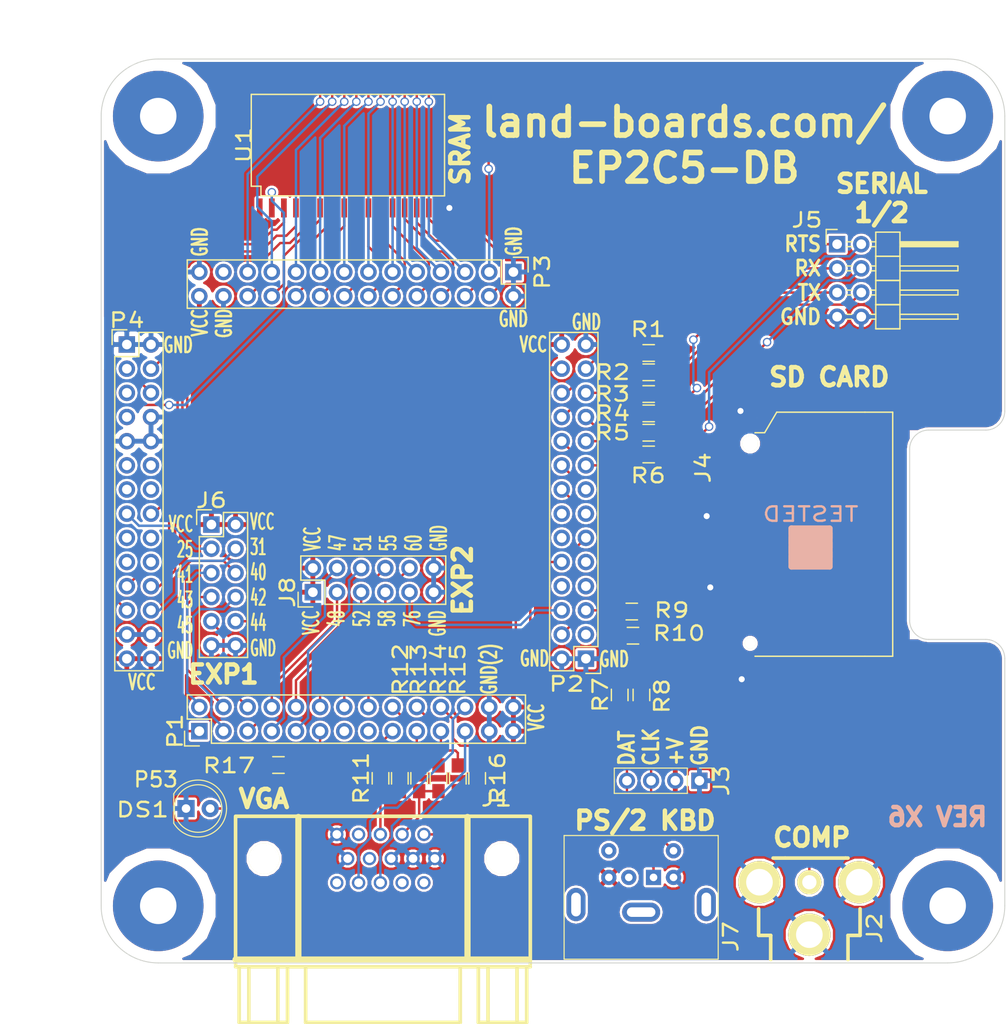
<source format=kicad_pcb>
(kicad_pcb (version 20171130) (host pcbnew "(5.0.2)-1")
  (title_block (title EP2C5-DB) (date 2016-12-29) (rev X2) (company land-boards.com))
  (layers (0 F.Cu signal) (31 B.Cu signal) (36 B.SilkS user) (37 F.SilkS user) (38 B.Mask user) (39 F.Mask user) (44 Edge.Cuts user))
  (net 0 "")
  (net 1 GND)
  (net 2 VCC)
  (net 3 /P63)
  (net 4 /P64)
  (net 5 /P65)
  (net 6 /P67)
  (net 7 /P71)
  (net 8 /P72)
  (net 9 /P112)
  (net 10 /P113)
  (net 11 /P114)
  (net 12 /P115)
  (net 13 /P118)
  (net 14 /P119)
  (net 15 /P120)
  (net 16 /P121)
  (net 17 /P122)
  (net 18 /P125)
  (net 19 /P129)
  (net 20 /P132)
  (net 21 /P133)
  (net 22 /P134)
  (net 23 /P135)
  (net 24 /P136)
  (net 25 /P137)
  (net 26 /P139)
  (net 27 /P141)
  (net 28 /P142)
  (net 29 /P143)
  (net 30 /P8)
  (net 31 /P24)
  (net 32 /P30)
  (net 33 /P28)
  (net 34 /P4)
  (net 35 /P86)
  (net 36 /P87)
  (net 37 /P96)
  (net 38 /P99)
  (net 39 /P100)
  (net 40 /P101)
  (net 41 /P103)
  (net 42 /P104)
  (net 43 /P74)
  (net 44 /P75)
  (net 45 /P97)
  (net 46 /P94)
  (net 47 /P40)
  (net 48 /P41)
  (net 49 /P42)
  (net 50 /P43)
  (net 51 /P44)
  (net 52 /P45)
  (net 53 /P47)
  (net 54 /P48)
  (net 55 /P69)
  (net 56 /P70)
  (net 57 /RTS1)
  (net 58 /RTS2)
  (net 59 /RX1)
  (net 60 /RX2)
  (net 61 /TX1)
  (net 62 /TX2)
  (net 63 "Net-(J1-Pad3)")
  (net 64 "Net-(J1-Pad2)")
  (net 65 "Net-(J1-Pad1)")
  (net 66 "Net-(J2-Pad4)")
  (net 67 /P52)
  (net 68 /P25)
  (net 69 /P31)
  (net 70 /P92)
  (net 71 /P93)
  (net 72 /P51)
  (net 73 /P53)
  (net 74 /P55)
  (net 75 /P58)
  (net 76 /P60)
  (net 77 /P32)
  (net 78 /P76)
  (net 79 /P126)
  (net 80 "Net-(DS1-Pad2)")
  (module LEDs:LED_D5.0mm (layer F.Cu) (at 18.923 88.773)
    (fp_text reference DS1 (at -4.572 0.127) (layer F.SilkS) (effects (font (size 1.524 1.905) (thickness 0.25))))
    (fp_text value LED_ALT hide)
    (pad 1 thru_hole rect (at 0 0) (size 1.8 1.8) (drill 0.9) (layers *.Cu *.Mask) (net 1 GND))
    (pad 2 thru_hole circle (at 2.54 0) (size 1.8 1.8) (drill 0.9) (layers *.Cu *.Mask) (net 80 "Net-(DS1-Pad2)"))
  )
  (module LandBoards_Conns:Connector_Mini-DIN_Female_6Pin_2rows (layer F.Cu) (at 68.072 96.012)
    (fp_text reference J7 (at 8.128 6.223 270) (layer F.SilkS) (effects (font (size 1.524 1.905) (thickness 0.25))))
    (fp_text value Conn_01x06)
    (pad 7 thru_hole oval (at -8.15 2.85) (size 2 3.5) (drill oval 1 2.5) (layers *.Cu *.Mask))
    (pad 7 thru_hole oval (at 5.55 2.85) (size 2 3.5) (drill oval 1 2.5) (layers *.Cu *.Mask))
    (pad 1 thru_hole rect (at 0 0) (size 1.6 1.6) (drill 0.8) (layers *.Cu *.Mask) (net 36 /P87))
    (pad 2 thru_hole circle (at -2.6 0) (size 1.6 1.6) (drill 0.8) (layers *.Cu *.Mask))
    (pad 3 thru_hole circle (at 2.1 0) (size 1.6 1.6) (drill 0.8) (layers *.Cu *.Mask) (net 1 GND))
    (pad 4 thru_hole circle (at -4.7 0) (size 1.6 1.6) (drill 0.8) (layers *.Cu *.Mask) (net 2 VCC))
    (pad 5 thru_hole circle (at 2.1 -2.8) (size 1.6 1.6) (drill 0.8) (layers *.Cu *.Mask) (net 35 /P86))
    (pad 6 thru_hole circle (at -4.7 -2.8) (size 1.6 1.6) (drill 0.8) (layers *.Cu *.Mask))
    (pad 7 thru_hole oval (at -1.3 3.65) (size 4 2) (drill oval 3 1) (layers *.Cu *.Mask))
  )
  (module DougsNewMods:RCA (layer F.Cu) (at 84.455 96.52 180)
    (fp_text reference J2 (at -6.858 -4.826 270) (layer F.SilkS) (effects (font (size 1.524 1.905) (thickness 0.25))))
    (fp_text value RCA-JACK hide)
    (pad 1 thru_hole circle (at 0 -5.5118 180) (size 4.445 4.445) (drill 2.794) (layers *.Cu *.Mask F.SilkS) (net 1 GND))
    (pad 2 thru_hole circle (at -5.2451 0 180) (size 4.445 4.445) (drill 2.794) (layers *.Cu *.Mask F.SilkS) (net 1 GND))
    (pad 3 thru_hole circle (at 5.2451 0 180) (size 4.445 4.445) (drill 2.794) (layers *.Cu *.Mask F.SilkS) (net 1 GND))
    (pad 4 thru_hole circle (at 0 0 180) (size 2.54 2.54) (drill 1.4986) (layers *.Cu *.Mask F.SilkS) (net 66 "Net-(J2-Pad4)"))
  )
  (module LandBoards_Marking:TEST_BLK-REAR (layer F.Cu) (at 84.582 61.341)
    (fp_text reference TESTED (at 0 -3.5) (layer B.SilkS) (effects (font (size 1.524 1.905) (thickness 0.25)) (justify mirror)))
    (fp_text value TESTED_COUPON hide)
  )
  (module MTG-6-32 (layer F.Cu) (at 99 16 180)
    (fp_text reference MTG3 hide)
    (fp_text value MTG_HOLE hide)
    (pad 1 thru_hole circle (at 0 0 180) (size 9.525 9.525) (drill 3.8354) (layers *.Cu *.Mask) (clearance 1.27))
  )
  (module MTG-6-32 (layer F.Cu) (at 99 99 180)
    (fp_text reference MTG1 hide)
    (fp_text value MTG_HOLE hide)
    (pad 1 thru_hole circle (at 0 0 180) (size 9.525 9.525) (drill 3.8354) (layers *.Cu *.Mask) (clearance 1.27))
  )
  (module Pin_Headers:Pin_Header_Straight_2x14 (layer F.Cu) (at 20.32 80.645 90)
    (fp_text reference P1 (at 0 -2.54 90) (layer F.SilkS) (effects (font (size 1.524 1.905) (thickness 0.25))))
    (fp_text value CONN_02X14 hide)
    (pad 1 thru_hole rect (at 0 0 90) (size 1.7272 1.7272) (drill 1.016) (layers *.Cu *.Mask) (net 47 /P40))
    (pad 2 thru_hole oval (at 2.54 0 90) (size 1.7272 1.7272) (drill 1.016) (layers *.Cu *.Mask) (net 48 /P41))
    (pad 3 thru_hole oval (at 0 2.54 90) (size 1.7272 1.7272) (drill 1.016) (layers *.Cu *.Mask) (net 49 /P42))
    (pad 4 thru_hole oval (at 2.54 2.54 90) (size 1.7272 1.7272) (drill 1.016) (layers *.Cu *.Mask) (net 50 /P43))
    (pad 5 thru_hole oval (at 0 5.08 90) (size 1.7272 1.7272) (drill 1.016) (layers *.Cu *.Mask) (net 51 /P44))
    (pad 6 thru_hole oval (at 2.54 5.08 90) (size 1.7272 1.7272) (drill 1.016) (layers *.Cu *.Mask) (net 52 /P45))
    (pad 7 thru_hole oval (at 0 7.62 90) (size 1.7272 1.7272) (drill 1.016) (layers *.Cu *.Mask) (net 53 /P47))
    (pad 8 thru_hole oval (at 2.54 7.62 90) (size 1.7272 1.7272) (drill 1.016) (layers *.Cu *.Mask) (net 54 /P48))
    (pad 9 thru_hole oval (at 0 10.16 90) (size 1.7272 1.7272) (drill 1.016) (layers *.Cu *.Mask) (net 72 /P51))
    (pad 10 thru_hole oval (at 2.54 10.16 90) (size 1.7272 1.7272) (drill 1.016) (layers *.Cu *.Mask) (net 67 /P52))
    (pad 11 thru_hole oval (at 0 12.7 90) (size 1.7272 1.7272) (drill 1.016) (layers *.Cu *.Mask) (net 73 /P53))
    (pad 12 thru_hole oval (at 2.54 12.7 90) (size 1.7272 1.7272) (drill 1.016) (layers *.Cu *.Mask) (net 74 /P55))
    (pad 13 thru_hole oval (at 0 15.24 90) (size 1.7272 1.7272) (drill 1.016) (layers *.Cu *.Mask))
    (pad 14 thru_hole oval (at 2.54 15.24 90) (size 1.7272 1.7272) (drill 1.016) (layers *.Cu *.Mask) (net 75 /P58))
    (pad 15 thru_hole oval (at 0 17.78 90) (size 1.7272 1.7272) (drill 1.016) (layers *.Cu *.Mask))
    (pad 16 thru_hole oval (at 2.54 17.78 90) (size 1.7272 1.7272) (drill 1.016) (layers *.Cu *.Mask) (net 76 /P60))
    (pad 17 thru_hole oval (at 0 20.32 90) (size 1.7272 1.7272) (drill 1.016) (layers *.Cu *.Mask) (net 3 /P63))
    (pad 18 thru_hole oval (at 2.54 20.32 90) (size 1.7272 1.7272) (drill 1.016) (layers *.Cu *.Mask) (net 4 /P64))
    (pad 19 thru_hole oval (at 0 22.86 90) (size 1.7272 1.7272) (drill 1.016) (layers *.Cu *.Mask) (net 5 /P65))
    (pad 20 thru_hole oval (at 2.54 22.86 90) (size 1.7272 1.7272) (drill 1.016) (layers *.Cu *.Mask) (net 6 /P67))
    (pad 21 thru_hole oval (at 0 25.4 90) (size 1.7272 1.7272) (drill 1.016) (layers *.Cu *.Mask) (net 55 /P69))
    (pad 22 thru_hole oval (at 2.54 25.4 90) (size 1.7272 1.7272) (drill 1.016) (layers *.Cu *.Mask) (net 56 /P70))
    (pad 23 thru_hole oval (at 0 27.94 90) (size 1.7272 1.7272) (drill 1.016) (layers *.Cu *.Mask) (net 7 /P71))
    (pad 24 thru_hole oval (at 2.54 27.94 90) (size 1.7272 1.7272) (drill 1.016) (layers *.Cu *.Mask) (net 8 /P72))
    (pad 25 thru_hole oval (at 0 30.48 90) (size 1.7272 1.7272) (drill 1.016) (layers *.Cu *.Mask) (net 1 GND))
    (pad 26 thru_hole oval (at 2.54 30.48 90) (size 1.7272 1.7272) (drill 1.016) (layers *.Cu *.Mask) (net 1 GND))
    (pad 27 thru_hole oval (at 0 33.02 90) (size 1.7272 1.7272) (drill 1.016) (layers *.Cu *.Mask) (net 2 VCC))
    (pad 28 thru_hole oval (at 2.54 33.02 90) (size 1.7272 1.7272) (drill 1.016) (layers *.Cu *.Mask) (net 2 VCC))
  )
  (module Pin_Headers:Pin_Header_Straight_2x14 (layer F.Cu) (at 60.96 73.025 180)
    (fp_text reference P2 (at 2.032 -2.667 180) (layer F.SilkS) (effects (font (size 1.524 1.905) (thickness 0.25))))
    (fp_text value CONN_02X14 hide)
    (pad 1 thru_hole rect (at 0 0 180) (size 1.7272 1.7272) (drill 1.016) (layers *.Cu *.Mask) (net 1 GND))
    (pad 2 thru_hole oval (at 2.54 0 180) (size 1.7272 1.7272) (drill 1.016) (layers *.Cu *.Mask) (net 1 GND))
    (pad 3 thru_hole oval (at 0 2.54 180) (size 1.7272 1.7272) (drill 1.016) (layers *.Cu *.Mask))
    (pad 4 thru_hole oval (at 2.54 2.54 180) (size 1.7272 1.7272) (drill 1.016) (layers *.Cu *.Mask) (net 43 /P74))
    (pad 5 thru_hole oval (at 0 5.08 180) (size 1.7272 1.7272) (drill 1.016) (layers *.Cu *.Mask) (net 44 /P75))
    (pad 6 thru_hole oval (at 2.54 5.08 180) (size 1.7272 1.7272) (drill 1.016) (layers *.Cu *.Mask) (net 78 /P76))
    (pad 7 thru_hole oval (at 0 7.62 180) (size 1.7272 1.7272) (drill 1.016) (layers *.Cu *.Mask))
    (pad 8 thru_hole oval (at 2.54 7.62 180) (size 1.7272 1.7272) (drill 1.016) (layers *.Cu *.Mask))
    (pad 9 thru_hole oval (at 0 10.16 180) (size 1.7272 1.7272) (drill 1.016) (layers *.Cu *.Mask))
    (pad 10 thru_hole oval (at 2.54 10.16 180) (size 1.7272 1.7272) (drill 1.016) (layers *.Cu *.Mask) (net 35 /P86))
    (pad 11 thru_hole oval (at 0 12.7 180) (size 1.7272 1.7272) (drill 1.016) (layers *.Cu *.Mask) (net 36 /P87))
    (pad 12 thru_hole oval (at 2.54 12.7 180) (size 1.7272 1.7272) (drill 1.016) (layers *.Cu *.Mask))
    (pad 13 thru_hole oval (at 0 15.24 180) (size 1.7272 1.7272) (drill 1.016) (layers *.Cu *.Mask))
    (pad 14 thru_hole oval (at 2.54 15.24 180) (size 1.7272 1.7272) (drill 1.016) (layers *.Cu *.Mask))
    (pad 15 thru_hole oval (at 0 17.78 180) (size 1.7272 1.7272) (drill 1.016) (layers *.Cu *.Mask))
    (pad 16 thru_hole oval (at 2.54 17.78 180) (size 1.7272 1.7272) (drill 1.016) (layers *.Cu *.Mask) (net 70 /P92))
    (pad 17 thru_hole oval (at 0 20.32 180) (size 1.7272 1.7272) (drill 1.016) (layers *.Cu *.Mask) (net 71 /P93))
    (pad 18 thru_hole oval (at 2.54 20.32 180) (size 1.7272 1.7272) (drill 1.016) (layers *.Cu *.Mask) (net 46 /P94))
    (pad 19 thru_hole oval (at 0 22.86 180) (size 1.7272 1.7272) (drill 1.016) (layers *.Cu *.Mask) (net 37 /P96))
    (pad 20 thru_hole oval (at 2.54 22.86 180) (size 1.7272 1.7272) (drill 1.016) (layers *.Cu *.Mask) (net 45 /P97))
    (pad 21 thru_hole oval (at 0 25.4 180) (size 1.7272 1.7272) (drill 1.016) (layers *.Cu *.Mask) (net 38 /P99))
    (pad 22 thru_hole oval (at 2.54 25.4 180) (size 1.7272 1.7272) (drill 1.016) (layers *.Cu *.Mask) (net 39 /P100))
    (pad 23 thru_hole oval (at 0 27.94 180) (size 1.7272 1.7272) (drill 1.016) (layers *.Cu *.Mask) (net 40 /P101))
    (pad 24 thru_hole oval (at 2.54 27.94 180) (size 1.7272 1.7272) (drill 1.016) (layers *.Cu *.Mask) (net 41 /P103))
    (pad 25 thru_hole oval (at 0 30.48 180) (size 1.7272 1.7272) (drill 1.016) (layers *.Cu *.Mask) (net 42 /P104))
    (pad 26 thru_hole oval (at 2.54 30.48 180) (size 1.7272 1.7272) (drill 1.016) (layers *.Cu *.Mask) (net 1 GND))
    (pad 27 thru_hole oval (at 0 33.02 180) (size 1.7272 1.7272) (drill 1.016) (layers *.Cu *.Mask) (net 1 GND))
    (pad 28 thru_hole oval (at 2.54 33.02 180) (size 1.7272 1.7272) (drill 1.016) (layers *.Cu *.Mask) (net 2 VCC))
  )
  (module Pin_Headers:Pin_Header_Straight_2x14 (layer F.Cu) (at 53.34 32.385 270)
    (fp_text reference P3 (at 0 -3.048 270) (layer F.SilkS) (effects (font (size 1.524 1.905) (thickness 0.25))))
    (fp_text value CONN_02X14 hide)
    (pad 1 thru_hole rect (at 0 0 270) (size 1.7272 1.7272) (drill 1.016) (layers *.Cu *.Mask) (net 1 GND))
    (pad 2 thru_hole oval (at 2.54 0 270) (size 1.7272 1.7272) (drill 1.016) (layers *.Cu *.Mask) (net 1 GND))
    (pad 3 thru_hole oval (at 0 2.54 270) (size 1.7272 1.7272) (drill 1.016) (layers *.Cu *.Mask) (net 9 /P112))
    (pad 4 thru_hole oval (at 2.54 2.54 270) (size 1.7272 1.7272) (drill 1.016) (layers *.Cu *.Mask) (net 10 /P113))
    (pad 5 thru_hole oval (at 0 5.08 270) (size 1.7272 1.7272) (drill 1.016) (layers *.Cu *.Mask) (net 11 /P114))
    (pad 6 thru_hole oval (at 2.54 5.08 270) (size 1.7272 1.7272) (drill 1.016) (layers *.Cu *.Mask) (net 12 /P115))
    (pad 7 thru_hole oval (at 0 7.62 270) (size 1.7272 1.7272) (drill 1.016) (layers *.Cu *.Mask) (net 13 /P118))
    (pad 8 thru_hole oval (at 2.54 7.62 270) (size 1.7272 1.7272) (drill 1.016) (layers *.Cu *.Mask) (net 14 /P119))
    (pad 9 thru_hole oval (at 0 10.16 270) (size 1.7272 1.7272) (drill 1.016) (layers *.Cu *.Mask) (net 15 /P120))
    (pad 10 thru_hole oval (at 2.54 10.16 270) (size 1.7272 1.7272) (drill 1.016) (layers *.Cu *.Mask) (net 16 /P121))
    (pad 11 thru_hole oval (at 0 12.7 270) (size 1.7272 1.7272) (drill 1.016) (layers *.Cu *.Mask) (net 17 /P122))
    (pad 12 thru_hole oval (at 2.54 12.7 270) (size 1.7272 1.7272) (drill 1.016) (layers *.Cu *.Mask) (net 18 /P125))
    (pad 13 thru_hole oval (at 0 15.24 270) (size 1.7272 1.7272) (drill 1.016) (layers *.Cu *.Mask) (net 79 /P126))
    (pad 14 thru_hole oval (at 2.54 15.24 270) (size 1.7272 1.7272) (drill 1.016) (layers *.Cu *.Mask) (net 19 /P129))
    (pad 15 thru_hole oval (at 0 17.78 270) (size 1.7272 1.7272) (drill 1.016) (layers *.Cu *.Mask) (net 20 /P132))
    (pad 16 thru_hole oval (at 2.54 17.78 270) (size 1.7272 1.7272) (drill 1.016) (layers *.Cu *.Mask) (net 21 /P133))
    (pad 17 thru_hole oval (at 0 20.32 270) (size 1.7272 1.7272) (drill 1.016) (layers *.Cu *.Mask) (net 22 /P134))
    (pad 18 thru_hole oval (at 2.54 20.32 270) (size 1.7272 1.7272) (drill 1.016) (layers *.Cu *.Mask) (net 23 /P135))
    (pad 19 thru_hole oval (at 0 22.86 270) (size 1.7272 1.7272) (drill 1.016) (layers *.Cu *.Mask) (net 24 /P136))
    (pad 20 thru_hole oval (at 2.54 22.86 270) (size 1.7272 1.7272) (drill 1.016) (layers *.Cu *.Mask) (net 25 /P137))
    (pad 21 thru_hole oval (at 0 25.4 270) (size 1.7272 1.7272) (drill 1.016) (layers *.Cu *.Mask) (net 26 /P139))
    (pad 22 thru_hole oval (at 2.54 25.4 270) (size 1.7272 1.7272) (drill 1.016) (layers *.Cu *.Mask) (net 27 /P141))
    (pad 23 thru_hole oval (at 0 27.94 270) (size 1.7272 1.7272) (drill 1.016) (layers *.Cu *.Mask) (net 28 /P142))
    (pad 24 thru_hole oval (at 2.54 27.94 270) (size 1.7272 1.7272) (drill 1.016) (layers *.Cu *.Mask) (net 29 /P143))
    (pad 25 thru_hole oval (at 0 30.48 270) (size 1.7272 1.7272) (drill 1.016) (layers *.Cu *.Mask))
    (pad 26 thru_hole oval (at 2.54 30.48 270) (size 1.7272 1.7272) (drill 1.016) (layers *.Cu *.Mask) (net 1 GND))
    (pad 27 thru_hole oval (at 0 33.02 270) (size 1.7272 1.7272) (drill 1.016) (layers *.Cu *.Mask) (net 1 GND))
    (pad 28 thru_hole oval (at 2.54 33.02 270) (size 1.7272 1.7272) (drill 1.016) (layers *.Cu *.Mask) (net 2 VCC))
  )
  (module Pin_Headers:Pin_Header_Straight_2x14 (layer F.Cu) (at 12.7 40.005)
    (fp_text reference P4 (at 0 -2.54) (layer F.SilkS) (effects (font (size 1.524 1.905) (thickness 0.25))))
    (fp_text value CONN_02X14 hide)
    (pad 1 thru_hole rect (at 0 0) (size 1.7272 1.7272) (drill 1.016) (layers *.Cu *.Mask) (net 1 GND))
    (pad 2 thru_hole oval (at 2.54 0) (size 1.7272 1.7272) (drill 1.016) (layers *.Cu *.Mask) (net 1 GND))
    (pad 3 thru_hole oval (at 0 2.54) (size 1.7272 1.7272) (drill 1.016) (layers *.Cu *.Mask))
    (pad 4 thru_hole oval (at 2.54 2.54) (size 1.7272 1.7272) (drill 1.016) (layers *.Cu *.Mask) (net 34 /P4))
    (pad 5 thru_hole oval (at 0 5.08) (size 1.7272 1.7272) (drill 1.016) (layers *.Cu *.Mask))
    (pad 6 thru_hole oval (at 2.54 5.08) (size 1.7272 1.7272) (drill 1.016) (layers *.Cu *.Mask) (net 30 /P8))
    (pad 7 thru_hole oval (at 0 7.62) (size 1.7272 1.7272) (drill 1.016) (layers *.Cu *.Mask))
    (pad 8 thru_hole oval (at 2.54 7.62) (size 1.7272 1.7272) (drill 1.016) (layers *.Cu *.Mask) (net 1 GND))
    (pad 9 thru_hole oval (at 0 10.16) (size 1.7272 1.7272) (drill 1.016) (layers *.Cu *.Mask) (net 1 GND))
    (pad 10 thru_hole oval (at 2.54 10.16) (size 1.7272 1.7272) (drill 1.016) (layers *.Cu *.Mask) (net 1 GND))
    (pad 11 thru_hole oval (at 0 12.7) (size 1.7272 1.7272) (drill 1.016) (layers *.Cu *.Mask))
    (pad 12 thru_hole oval (at 2.54 12.7) (size 1.7272 1.7272) (drill 1.016) (layers *.Cu *.Mask))
    (pad 13 thru_hole oval (at 0 15.24) (size 1.7272 1.7272) (drill 1.016) (layers *.Cu *.Mask))
    (pad 14 thru_hole oval (at 2.54 15.24) (size 1.7272 1.7272) (drill 1.016) (layers *.Cu *.Mask))
    (pad 15 thru_hole oval (at 0 17.78) (size 1.7272 1.7272) (drill 1.016) (layers *.Cu *.Mask) (net 68 /P25))
    (pad 16 thru_hole oval (at 2.54 17.78) (size 1.7272 1.7272) (drill 1.016) (layers *.Cu *.Mask) (net 31 /P24))
    (pad 17 thru_hole oval (at 0 20.32) (size 1.7272 1.7272) (drill 1.016) (layers *.Cu *.Mask))
    (pad 18 thru_hole oval (at 2.54 20.32) (size 1.7272 1.7272) (drill 1.016) (layers *.Cu *.Mask))
    (pad 19 thru_hole oval (at 0 22.86) (size 1.7272 1.7272) (drill 1.016) (layers *.Cu *.Mask))
    (pad 20 thru_hole oval (at 2.54 22.86) (size 1.7272 1.7272) (drill 1.016) (layers *.Cu *.Mask))
    (pad 21 thru_hole oval (at 0 25.4) (size 1.7272 1.7272) (drill 1.016) (layers *.Cu *.Mask) (net 32 /P30))
    (pad 22 thru_hole oval (at 2.54 25.4) (size 1.7272 1.7272) (drill 1.016) (layers *.Cu *.Mask) (net 33 /P28))
    (pad 23 thru_hole oval (at 0 27.94) (size 1.7272 1.7272) (drill 1.016) (layers *.Cu *.Mask) (net 77 /P32))
    (pad 24 thru_hole oval (at 2.54 27.94) (size 1.7272 1.7272) (drill 1.016) (layers *.Cu *.Mask) (net 69 /P31))
    (pad 25 thru_hole oval (at 0 30.48) (size 1.7272 1.7272) (drill 1.016) (layers *.Cu *.Mask) (net 1 GND))
    (pad 26 thru_hole oval (at 2.54 30.48) (size 1.7272 1.7272) (drill 1.016) (layers *.Cu *.Mask) (net 1 GND))
    (pad 27 thru_hole oval (at 0 33.02) (size 1.7272 1.7272) (drill 1.016) (layers *.Cu *.Mask) (net 2 VCC))
    (pad 28 thru_hole oval (at 2.54 33.02) (size 1.7272 1.7272) (drill 1.016) (layers *.Cu *.Mask) (net 2 VCC))
  )
  (module Pin_Headers:Pin_Header_Straight_2x06 (layer F.Cu) (at 21.59 58.928)
    (fp_text reference J6 (at 0 -2.54) (layer F.SilkS) (effects (font (size 1.524 1.905) (thickness 0.25))))
    (fp_text value CONN_02X06 hide)
    (pad 1 thru_hole rect (at 0 0) (size 1.7272 1.7272) (drill 1.016) (layers *.Cu *.Mask) (net 2 VCC))
    (pad 2 thru_hole oval (at 2.54 0) (size 1.7272 1.7272) (drill 1.016) (layers *.Cu *.Mask) (net 2 VCC))
    (pad 3 thru_hole oval (at 0 2.54) (size 1.7272 1.7272) (drill 1.016) (layers *.Cu *.Mask) (net 68 /P25))
    (pad 4 thru_hole oval (at 2.54 2.54) (size 1.7272 1.7272) (drill 1.016) (layers *.Cu *.Mask) (net 69 /P31))
    (pad 5 thru_hole oval (at 0 5.08) (size 1.7272 1.7272) (drill 1.016) (layers *.Cu *.Mask) (net 48 /P41))
    (pad 6 thru_hole oval (at 2.54 5.08) (size 1.7272 1.7272) (drill 1.016) (layers *.Cu *.Mask) (net 47 /P40))
    (pad 7 thru_hole oval (at 0 7.62) (size 1.7272 1.7272) (drill 1.016) (layers *.Cu *.Mask) (net 50 /P43))
    (pad 8 thru_hole oval (at 2.54 7.62) (size 1.7272 1.7272) (drill 1.016) (layers *.Cu *.Mask) (net 49 /P42))
    (pad 9 thru_hole oval (at 0 10.16) (size 1.7272 1.7272) (drill 1.016) (layers *.Cu *.Mask) (net 52 /P45))
    (pad 10 thru_hole oval (at 2.54 10.16) (size 1.7272 1.7272) (drill 1.016) (layers *.Cu *.Mask) (net 51 /P44))
    (pad 11 thru_hole oval (at 0 12.7) (size 1.7272 1.7272) (drill 1.016) (layers *.Cu *.Mask) (net 1 GND))
    (pad 12 thru_hole oval (at 2.54 12.7) (size 1.7272 1.7272) (drill 1.016) (layers *.Cu *.Mask) (net 1 GND))
  )
  (module Resistors_SMD:R_0805_HandSoldering (layer F.Cu) (at 47.498 85.598 270)
    (fp_text reference R15 (at -11.43 0 270) (layer F.SilkS) (effects (font (size 1.524 1.905) (thickness 0.25))))
    (fp_text value 470 hide)
    (pad 1 smd rect (at -1.35 0 270) (size 1.5 1.3) (layers F.Cu F.Mask) (net 55 /P69))
    (pad 2 smd rect (at 1.35 0 270) (size 1.5 1.3) (layers F.Cu F.Mask) (net 65 "Net-(J1-Pad1)"))
  )
  (module Resistors_SMD:R_0805_HandSoldering (layer F.Cu) (at 49.53 85.598 270)
    (fp_text reference R16 (at 0 -2.159 270) (layer F.SilkS) (effects (font (size 1.524 1.905) (thickness 0.25))))
    (fp_text value 680 hide)
    (pad 1 smd rect (at -1.35 0 270) (size 1.5 1.3) (layers F.Cu F.Mask) (net 56 /P70))
    (pad 2 smd rect (at 1.35 0 270) (size 1.5 1.3) (layers F.Cu F.Mask) (net 65 "Net-(J1-Pad1)"))
  )
  (module Resistors_SMD:R_0805_HandSoldering (layer F.Cu) (at 43.434 85.598 270)
    (fp_text reference R13 (at -11.43 0.0635 270) (layer F.SilkS) (effects (font (size 1.524 1.905) (thickness 0.25))))
    (fp_text value 470 hide)
    (pad 1 smd rect (at -1.35 0 270) (size 1.5 1.3) (layers F.Cu F.Mask) (net 5 /P65))
    (pad 2 smd rect (at 1.35 0 270) (size 1.5 1.3) (layers F.Cu F.Mask) (net 64 "Net-(J1-Pad2)"))
  )
  (module Resistors_SMD:R_0805_HandSoldering (layer F.Cu) (at 45.466 85.598 270)
    (fp_text reference R14 (at -11.43 0 270) (layer F.SilkS) (effects (font (size 1.524 1.905) (thickness 0.25))))
    (fp_text value 680 hide)
    (pad 1 smd rect (at -1.35 0 270) (size 1.5 1.3) (layers F.Cu F.Mask) (net 6 /P67))
    (pad 2 smd rect (at 1.35 0 270) (size 1.5 1.3) (layers F.Cu F.Mask) (net 64 "Net-(J1-Pad2)"))
  )
  (module Resistors_SMD:R_0805_HandSoldering (layer F.Cu) (at 41.402 85.598 270)
    (fp_text reference R12 (at -11.43 -0.0635 270) (layer F.SilkS) (effects (font (size 1.524 1.905) (thickness 0.25))))
    (fp_text value 680 hide)
    (pad 1 smd rect (at -1.35 0 270) (size 1.5 1.3) (layers F.Cu F.Mask) (net 4 /P64))
    (pad 2 smd rect (at 1.35 0 270) (size 1.5 1.3) (layers F.Cu F.Mask) (net 63 "Net-(J1-Pad3)"))
  )
  (module Resistors_SMD:R_0805_HandSoldering (layer F.Cu) (at 65.786 68.072)
    (fp_text reference R9 (at 4.191 -0.127) (layer F.SilkS) (effects (font (size 1.524 1.905) (thickness 0.25))))
    (fp_text value 470 hide)
    (pad 1 smd rect (at -1.35 0) (size 1.5 1.3) (layers F.Cu F.Mask) (net 44 /P75))
    (pad 2 smd rect (at 1.35 0) (size 1.5 1.3) (layers F.Cu F.Mask) (net 66 "Net-(J2-Pad4)"))
  )
  (module Resistors_SMD:R_0805_HandSoldering (layer F.Cu) (at 65.913 70.612)
    (fp_text reference R10 (at 4.826 -0.254) (layer F.SilkS) (effects (font (size 1.524 1.905) (thickness 0.25))))
    (fp_text value 1K hide)
    (pad 1 smd rect (at -1.35 0) (size 1.5 1.3) (layers F.Cu F.Mask) (net 43 /P74))
    (pad 2 smd rect (at 1.35 0) (size 1.5 1.3) (layers F.Cu F.Mask) (net 66 "Net-(J2-Pad4)"))
  )
  (module Resistors_SMD:R_0805_HandSoldering (layer F.Cu) (at 66.802 76.835 270)
    (fp_text reference R8 (at 0.127 -2.159 270) (layer F.SilkS) (effects (font (size 1.524 1.905) (thickness 0.25))))
    (fp_text value 10K hide)
    (pad 1 smd rect (at -1.35 0 270) (size 1.5 1.3) (layers F.Cu F.Mask) (net 2 VCC))
    (pad 2 smd rect (at 1.35 0 270) (size 1.5 1.3) (layers F.Cu F.Mask) (net 35 /P86))
  )
  (module Resistors_SMD:R_0805_HandSoldering (layer F.Cu) (at 64.516 76.835 270)
    (fp_text reference R7 (at 0 2.032 270) (layer F.SilkS) (effects (font (size 1.524 1.905) (thickness 0.25))))
    (fp_text value 10K hide)
    (pad 1 smd rect (at -1.35 0 270) (size 1.5 1.3) (layers F.Cu F.Mask) (net 2 VCC))
    (pad 2 smd rect (at 1.35 0 270) (size 1.5 1.3) (layers F.Cu F.Mask) (net 36 /P87))
  )
  (module Resistors_SMD:R_0805_HandSoldering (layer F.Cu) (at 67.564 40.894)
    (fp_text reference R1 (at -0.0635 -2.4765) (layer F.SilkS) (effects (font (size 1.524 1.905) (thickness 0.25))))
    (fp_text value 2.7K hide)
    (pad 1 smd rect (at -1.35 0) (size 1.5 1.3) (layers F.Cu F.Mask) (net 42 /P104))
    (pad 2 smd rect (at 1.35 0) (size 1.5 1.3) (layers F.Cu F.Mask) (net 57 /RTS1))
  )
  (module Resistors_SMD:R_0805_HandSoldering (layer F.Cu) (at 67.564 45.212)
    (fp_text reference R3 (at -3.81 0) (layer F.SilkS) (effects (font (size 1.524 1.905) (thickness 0.25))))
    (fp_text value 2.7K hide)
    (pad 1 smd rect (at -1.35 0) (size 1.5 1.3) (layers F.Cu F.Mask) (net 40 /P101))
    (pad 2 smd rect (at 1.35 0) (size 1.5 1.3) (layers F.Cu F.Mask) (net 59 /RX1))
  )
  (module Resistors_SMD:R_0805_HandSoldering (layer F.Cu) (at 67.564 42.926)
    (fp_text reference R2 (at -3.81 0) (layer F.SilkS) (effects (font (size 1.524 1.905) (thickness 0.25))))
    (fp_text value 2.7K hide)
    (pad 1 smd rect (at -1.35 0) (size 1.5 1.3) (layers F.Cu F.Mask) (net 41 /P103))
    (pad 2 smd rect (at 1.35 0) (size 1.5 1.3) (layers F.Cu F.Mask) (net 61 /TX1))
  )
  (module Resistors_SMD:R_0805_HandSoldering (layer F.Cu) (at 67.564 51.562 180)
    (fp_text reference R6 (at 0.0635 -2.2225 180) (layer F.SilkS) (effects (font (size 1.524 1.905) (thickness 0.25))))
    (fp_text value 2.7K hide)
    (pad 1 smd rect (at -1.35 0 180) (size 1.5 1.3) (layers F.Cu F.Mask) (net 58 /RTS2))
    (pad 2 smd rect (at 1.35 0 180) (size 1.5 1.3) (layers F.Cu F.Mask) (net 37 /P96))
  )
  (module Resistors_SMD:R_0805_HandSoldering (layer F.Cu) (at 67.564 49.276 180)
    (fp_text reference R5 (at 3.81 0 180) (layer F.SilkS) (effects (font (size 1.524 1.905) (thickness 0.25))))
    (fp_text value 2.7K hide)
    (pad 1 smd rect (at -1.35 0 180) (size 1.5 1.3) (layers F.Cu F.Mask) (net 60 /RX2))
    (pad 2 smd rect (at 1.35 0 180) (size 1.5 1.3) (layers F.Cu F.Mask) (net 38 /P99))
  )
  (module Resistors_SMD:R_0805_HandSoldering (layer F.Cu) (at 67.564 47.244 180)
    (fp_text reference R4 (at 3.81 0 180) (layer F.SilkS) (effects (font (size 1.524 1.905) (thickness 0.25))))
    (fp_text value 2.7K hide)
    (pad 1 smd rect (at -1.35 0 180) (size 1.5 1.3) (layers F.Cu F.Mask) (net 62 /TX2))
    (pad 2 smd rect (at 1.35 0 180) (size 1.5 1.3) (layers F.Cu F.Mask) (net 39 /P100))
  )
  (module Pin_Headers:Pin_Header_Angled_2x04 (layer F.Cu) (at 87.376 29.464)
    (fp_text reference J5 (at -3.175 -2.54) (layer F.SilkS) (effects (font (size 1.524 1.905) (thickness 0.25))))
    (fp_text value CONN_02X04 hide)
    (pad 1 thru_hole rect (at 0 0) (size 1.7272 1.7272) (drill 1.016) (layers *.Cu *.Mask) (net 57 /RTS1))
    (pad 2 thru_hole oval (at 2.54 0) (size 1.7272 1.7272) (drill 1.016) (layers *.Cu *.Mask) (net 58 /RTS2))
    (pad 3 thru_hole oval (at 0 2.54) (size 1.7272 1.7272) (drill 1.016) (layers *.Cu *.Mask) (net 59 /RX1))
    (pad 4 thru_hole oval (at 2.54 2.54) (size 1.7272 1.7272) (drill 1.016) (layers *.Cu *.Mask) (net 60 /RX2))
    (pad 5 thru_hole oval (at 0 5.08) (size 1.7272 1.7272) (drill 1.016) (layers *.Cu *.Mask) (net 61 /TX1))
    (pad 6 thru_hole oval (at 2.54 5.08) (size 1.7272 1.7272) (drill 1.016) (layers *.Cu *.Mask) (net 62 /TX2))
    (pad 7 thru_hole oval (at 0 7.62) (size 1.7272 1.7272) (drill 1.016) (layers *.Cu *.Mask) (net 1 GND))
    (pad 8 thru_hole oval (at 2.54 7.62) (size 1.7272 1.7272) (drill 1.016) (layers *.Cu *.Mask) (net 1 GND))
  )
  (module MTG-6-32 (layer F.Cu) (at 16 99)
    (fp_text reference MTG2 hide)
    (fp_text value MTG_HOLE hide)
    (pad 1 thru_hole circle (at 0 0) (size 9.525 9.525) (drill 3.8354) (layers *.Cu *.Mask) (clearance 1.27))
  )
  (module Resistors_SMD:R_0805_HandSoldering (layer F.Cu) (at 39.37 85.598 270)
    (fp_text reference R11 (at 0 2.032 270) (layer F.SilkS) (effects (font (size 1.524 1.905) (thickness 0.25))))
    (fp_text value 470 hide)
    (pad 1 smd rect (at -1.35 0 270) (size 1.5 1.3) (layers F.Cu F.Mask) (net 3 /P63))
    (pad 2 smd rect (at 1.35 0 270) (size 1.5 1.3) (layers F.Cu F.Mask) (net 63 "Net-(J1-Pad3)"))
  )
  (module Pin_Headers:Pin_Header_Straight_2x06 (layer F.Cu) (at 32.258 66.04 90)
    (fp_text reference J8 (at 0 -2.667 270) (layer F.SilkS) (effects (font (size 1.524 1.905) (thickness 0.25))))
    (fp_text value CONN_02X06 hide)
    (pad 1 thru_hole rect (at 0 0 90) (size 1.7272 1.7272) (drill 1.016) (layers *.Cu *.Mask) (net 2 VCC))
    (pad 2 thru_hole oval (at 2.54 0 90) (size 1.7272 1.7272) (drill 1.016) (layers *.Cu *.Mask) (net 2 VCC))
    (pad 3 thru_hole oval (at 0 2.54 90) (size 1.7272 1.7272) (drill 1.016) (layers *.Cu *.Mask) (net 54 /P48))
    (pad 4 thru_hole oval (at 2.54 2.54 90) (size 1.7272 1.7272) (drill 1.016) (layers *.Cu *.Mask) (net 53 /P47))
    (pad 5 thru_hole oval (at 0 5.08 90) (size 1.7272 1.7272) (drill 1.016) (layers *.Cu *.Mask) (net 67 /P52))
    (pad 6 thru_hole oval (at 2.54 5.08 90) (size 1.7272 1.7272) (drill 1.016) (layers *.Cu *.Mask) (net 72 /P51))
    (pad 7 thru_hole oval (at 0 7.62 90) (size 1.7272 1.7272) (drill 1.016) (layers *.Cu *.Mask) (net 75 /P58))
    (pad 8 thru_hole oval (at 2.54 7.62 90) (size 1.7272 1.7272) (drill 1.016) (layers *.Cu *.Mask) (net 74 /P55))
    (pad 9 thru_hole oval (at 0 10.16 90) (size 1.7272 1.7272) (drill 1.016) (layers *.Cu *.Mask) (net 78 /P76))
    (pad 10 thru_hole oval (at 2.54 10.16 90) (size 1.7272 1.7272) (drill 1.016) (layers *.Cu *.Mask) (net 76 /P60))
    (pad 11 thru_hole oval (at 0 12.7 90) (size 1.7272 1.7272) (drill 1.016) (layers *.Cu *.Mask) (net 1 GND))
    (pad 12 thru_hole oval (at 2.54 12.7 90) (size 1.7272 1.7272) (drill 1.016) (layers *.Cu *.Mask) (net 1 GND))
  )
  (module LandBoards_Conns:DB_15F-VGA-fixed (layer F.Cu) (at 39.624 98.044)
    (fp_text reference J1 (at 11.938 -10.287) (layer F.SilkS) (effects (font (size 1.524 1.905) (thickness 0.25))))
    (fp_text value VGA (at -12.5095 -10.287) (layer F.SilkS) (effects (font (size 1.905 1.905) (thickness 0.47625))))
    (pad "" np_thru_hole circle (at 12.49426 -4.01066) (size 3.2 3.2) (drill 3.2) (layers *.Cu *.Mask F.SilkS))
    (pad 3 thru_hole circle (at -0.2667 -6.55066) (size 1.397 1.397) (drill 0.889) (layers *.Cu *.Mask) (net 63 "Net-(J1-Pad3)"))
    (pad 2 thru_hole circle (at 2.0193 -6.55066) (size 1.397 1.397) (drill 0.9144) (layers *.Cu *.Mask) (net 64 "Net-(J1-Pad2)"))
    (pad 1 thru_hole circle (at 4.31038 -6.55066) (size 1.397 1.397) (drill 0.9144) (layers *.Cu *.Mask) (net 65 "Net-(J1-Pad1)"))
    (pad 4 thru_hole circle (at -2.56032 -6.55066) (size 1.397 1.397) (drill 0.9144) (layers *.Cu *.Mask))
    (pad 5 thru_hole circle (at -4.84886 -6.55066) (size 1.397 1.397) (drill 0.9144) (layers *.Cu *.Mask) (net 1 GND))
    (pad 9 thru_hole circle (at -1.41478 -4.01066) (size 1.397 1.397) (drill 0.9144) (layers *.Cu *.Mask))
    (pad 8 thru_hole circle (at 0.87376 -4.01066) (size 1.397 1.397) (drill 0.9144) (layers *.Cu *.Mask) (net 1 GND))
    (pad 7 thru_hole circle (at 3.16484 -4.01066) (size 1.397 1.397) (drill 0.9144) (layers *.Cu *.Mask) (net 1 GND))
    (pad 6 thru_hole circle (at 5.45592 -4.01066) (size 1.397 1.397) (drill 0.9144) (layers *.Cu *.Mask) (net 1 GND))
    (pad "" np_thru_hole circle (at -12.49426 -4.01066) (size 3.2 3.2) (drill 3.2) (layers *.Cu *.Mask F.SilkS))
    (pad 10 thru_hole circle (at -3.70586 -4.01066) (size 1.397 1.397) (drill 0.9144) (layers *.Cu *.Mask) (net 1 GND))
    (pad 11 thru_hole circle (at 4.31038 -1.47066) (size 1.397 1.397) (drill 0.9144) (layers *.Cu *.Mask))
    (pad 12 thru_hole circle (at 2.0193 -1.47066) (size 1.397 1.397) (drill 0.9144) (layers *.Cu *.Mask))
    (pad 13 thru_hole circle (at -0.26924 -1.4732) (size 1.397 1.397) (drill 0.9144) (layers *.Cu *.Mask) (net 7 /P71))
    (pad 14 thru_hole circle (at -2.56032 -1.47066) (size 1.397 1.397) (drill 0.9144) (layers *.Cu *.Mask) (net 8 /P72))
    (pad 15 thru_hole circle (at -4.84886 -1.47066) (size 1.397 1.397) (drill 0.9144) (layers *.Cu *.Mask))
  )
  (module MTG-6-32 (layer F.Cu) (at 16 16)
    (fp_text reference MTG4 hide)
    (fp_text value MTG_HOLE hide)
    (pad 1 thru_hole circle (at 0 0) (size 9.525 9.525) (drill 3.8354) (layers *.Cu *.Mask) (clearance 1.27))
  )
  (module LandBoards_SMD_Packages:SOP32 (layer F.Cu) (at 36.195 19.05 90)
    (fp_text reference U1 (at 0 -11.176 90) (layer F.SilkS) (effects (font (size 1.524 1.905) (thickness 0.25))))
    (fp_text value AS6C1008 hide)
    (pad 1 smd rect (at -6.6 -9.525 90) (size 2 0.6) (layers F.Cu F.Mask))
    (pad 2 smd rect (at -6.6 -8.255 90) (size 2 0.6) (layers F.Cu F.Mask) (net 77 /P32))
    (pad 3 smd rect (at -6.6 -6.985 90) (size 2 0.6) (layers F.Cu F.Mask) (net 32 /P30))
    (pad 4 smd rect (at -6.6 -5.715 90) (size 2 0.6) (layers F.Cu F.Mask) (net 33 /P28))
    (pad 5 smd rect (at -6.6 -4.445 90) (size 2 0.6) (layers F.Cu F.Mask) (net 29 /P143))
    (pad 6 smd rect (at -6.6 -3.175 90) (size 2 0.6) (layers F.Cu F.Mask) (net 27 /P141))
    (pad 7 smd rect (at -6.6 -1.905 90) (size 2 0.6) (layers F.Cu F.Mask) (net 25 /P137))
    (pad 8 smd rect (at -6.6 -0.635 90) (size 2 0.6) (layers F.Cu F.Mask) (net 23 /P135))
    (pad 9 smd rect (at -6.6 0.635 90) (size 2 0.6) (layers F.Cu F.Mask) (net 21 /P133))
    (pad 10 smd rect (at -6.6 1.905 90) (size 2 0.6) (layers F.Cu F.Mask) (net 19 /P129))
    (pad 11 smd rect (at -6.6 3.175 90) (size 2 0.6) (layers F.Cu F.Mask) (net 18 /P125))
    (pad 12 smd rect (at -6.6 4.445 90) (size 2 0.6) (layers F.Cu F.Mask) (net 16 /P121))
    (pad 13 smd rect (at -6.6 5.715 90) (size 2 0.6) (layers F.Cu F.Mask) (net 14 /P119))
    (pad 14 smd rect (at -6.6 6.985 90) (size 2 0.6) (layers F.Cu F.Mask) (net 12 /P115))
    (pad 15 smd rect (at -6.6 8.255 90) (size 2 0.6) (layers F.Cu F.Mask) (net 10 /P113))
    (pad 16 smd rect (at -6.6 9.525 90) (size 2 0.6) (layers F.Cu F.Mask) (net 1 GND))
    (pad 17 smd rect (at 6.6 9.525 90) (size 2 0.6) (layers F.Cu F.Mask) (net 9 /P112))
    (pad 18 smd rect (at 6.6 8.255 90) (size 2 0.6) (layers F.Cu F.Mask) (net 11 /P114))
    (pad 19 smd rect (at 6.6 6.985 90) (size 2 0.6) (layers F.Cu F.Mask) (net 13 /P118))
    (pad 20 smd rect (at 6.6 5.715 90) (size 2 0.6) (layers F.Cu F.Mask) (net 15 /P120))
    (pad 21 smd rect (at 6.6 4.445 90) (size 2 0.6) (layers F.Cu F.Mask) (net 17 /P122))
    (pad 22 smd rect (at 6.6 3.175 90) (size 2 0.6) (layers F.Cu F.Mask) (net 79 /P126))
    (pad 23 smd rect (at 6.6 1.905 90) (size 2 0.6) (layers F.Cu F.Mask) (net 20 /P132))
    (pad 24 smd rect (at 6.6 0.635 90) (size 2 0.6) (layers F.Cu F.Mask) (net 22 /P134))
    (pad 25 smd rect (at 6.6 -0.635 90) (size 2 0.6) (layers F.Cu F.Mask) (net 24 /P136))
    (pad 26 smd rect (at 6.6 -1.905 90) (size 2 0.6) (layers F.Cu F.Mask) (net 26 /P139))
    (pad 27 smd rect (at 6.6 -3.175 90) (size 2 0.6) (layers F.Cu F.Mask) (net 28 /P142))
    (pad 28 smd rect (at 6.6 -4.445 90) (size 2 0.6) (layers F.Cu F.Mask) (net 31 /P24))
    (pad 29 smd rect (at 6.6 -5.715 90) (size 2 0.6) (layers F.Cu F.Mask) (net 34 /P4))
    (pad 30 smd rect (at 6.6 -6.985 90) (size 2 0.6) (layers F.Cu F.Mask) (net 2 VCC))
    (pad 31 smd rect (at 6.6 -8.255 90) (size 2 0.6) (layers F.Cu F.Mask) (net 30 /P8))
    (pad 32 smd rect (at 6.6 -9.525 90) (size 2 0.6) (layers F.Cu F.Mask) (net 2 VCC))
  )
  (module LandBoards_Conns:SD_CARD (layer F.Cu) (at 78.232 65.532 90)
    (fp_text reference J4 (at 12.573 -4.953 90) (layer F.SilkS) (effects (font (size 1.524 1.905) (thickness 0.25))))
    (fp_text value SD_Card hide)
    (pad 11 smd rect (at -6.6 -2.8 90) (size 0.7 1.5) (layers F.Cu F.Mask))
    (pad 10 smd rect (at -5.46 -2.8 90) (size 0.7 1.5) (layers F.Cu F.Mask))
    (pad "" np_thru_hole circle (at 15.12 0 90) (size 1.6 1.6) (drill 1.6) (layers *.Cu *.Mask F.SilkS))
    (pad 2 smd rect (at 10 -2.8 90) (size 1 1.5) (layers F.Cu F.Mask) (net 71 /P93))
    (pad 1 smd rect (at 12.5 -2.8 90) (size 1 1.5) (layers F.Cu F.Mask) (net 45 /P97))
    (pad 3 smd rect (at 7.5 -2.8 90) (size 1 1.5) (layers F.Cu F.Mask) (net 1 GND))
    (pad 4 smd rect (at 5 -2.8 90) (size 1 1.5) (layers F.Cu F.Mask) (net 2 VCC))
    (pad 5 smd rect (at 2.5 -2.8 90) (size 1 1.5) (layers F.Cu F.Mask) (net 46 /P94))
    (pad 6 smd rect (at 0 -2.8 90) (size 1 1.5) (layers F.Cu F.Mask) (net 1 GND))
    (pad 7 smd rect (at -2.42 -2.8 90) (size 1 1.5) (layers F.Cu F.Mask) (net 70 /P92))
    (pad 8 smd rect (at -4.12 -2.8 90) (size 1 1.5) (layers F.Cu F.Mask))
    (pad 9 smd rect (at 15 -2.8 90) (size 1 1.5) (layers F.Cu F.Mask))
    (pad 12 smd rect (at 17.07 -1 90) (size 1.5 2.8) (layers F.Cu F.Mask) (net 1 GND))
    (pad 13 smd rect (at -8.03 -1 90) (size 1.5 2.8) (layers F.Cu F.Mask) (net 1 GND))
    (pad 14 smd rect (at -8.03 13.5 90) (size 1.5 2.8) (layers F.Cu F.Mask))
    (pad 15 smd rect (at 19.27 13.5 90) (size 1.5 2.8) (layers F.Cu F.Mask))
    (pad "" np_thru_hole circle (at -5.88 0 90) (size 1.1 1.1) (drill 1.1) (layers *.Cu *.Mask F.SilkS))
  )
  (module Resistors_SMD:R_0805_HandSoldering (layer F.Cu) (at 28.6385 84.201 180)
    (fp_text reference R17 (at 5.207 -0.0635 180) (layer F.SilkS) (effects (font (size 1.524 1.905) (thickness 0.25))))
    (fp_text value 220 hide)
    (pad 1 smd rect (at -1.35 0 180) (size 1.5 1.3) (layers F.Cu F.Mask) (net 73 /P53))
    (pad 2 smd rect (at 1.35 0 180) (size 1.5 1.3) (layers F.Cu F.Mask) (net 80 "Net-(DS1-Pad2)"))
  )
  (module Connector_PinHeader_2.54mm:PinHeader_1x04_P2.54mm_Vertical (layer F.Cu) (at 72.898 85.852 270)
    (fp_text reference J3 (at 0 -2.33 270) (layer F.SilkS) (effects (font (size 1.524 1.905) (thickness 0.25))))
    (fp_text value CONN_01X04)
    (pad 1 thru_hole rect (at 0 0 270) (size 1.7 1.7) (drill 1) (layers *.Cu *.Mask) (net 1 GND))
    (pad 2 thru_hole oval (at 0 2.54 270) (size 1.7 1.7) (drill 1) (layers *.Cu *.Mask) (net 2 VCC))
    (pad 3 thru_hole oval (at 0 5.08 270) (size 1.7 1.7) (drill 1) (layers *.Cu *.Mask) (net 35 /P86))
    (pad 4 thru_hole oval (at 0 7.62 270) (size 1.7 1.7) (drill 1) (layers *.Cu *.Mask) (net 36 /P87))
  )
  (gr_text "VCC\n47\n51\n55\n60\nGND" (at 38.862 61.849 90) (layer F.SilkS) (effects (font (size 1.651 0.889) (thickness 0.22225)) (justify left)))
  (gr_text "VCC\n48\n52\n58\n76\nGND" (at 38.735 67.818 90) (layer F.SilkS) (effects (font (size 1.651 0.889) (thickness 0.22225)) (justify right)))
  (gr_text "VCC\n25\n41\n43\n45\nGND" (at 19.812 65.532) (layer F.SilkS) (effects (font (size 1.651 0.889) (thickness 0.22225)) (justify right)))
  (gr_text VCC (at 14.2875 75.5015) (layer F.SilkS) (effects (font (size 1.5875 1) (thickness 0.25))))
  (gr_text GND (at 18.0975 40.0685) (layer F.SilkS) (effects (font (size 1.5875 1) (thickness 0.25))))
  (gr_text VCC (at 20.3835 37.719 90) (layer F.SilkS) (effects (font (size 1.5875 1) (thickness 0.25))))
  (gr_text GND (at 20.3835 29.21 90) (layer F.SilkS) (effects (font (size 1.5875 1) (thickness 0.25))))
  (gr_text GND (at 22.9235 37.7825 90) (layer F.SilkS) (effects (font (size 1.5875 1) (thickness 0.25))))
  (gr_text GND (at 53.34 37.338) (layer F.SilkS) (effects (font (size 1.5875 1) (thickness 0.25))))
  (gr_text GND (at 53.4035 29.1465 90) (layer F.SilkS) (effects (font (size 1.5875 1) (thickness 0.25))))
  (gr_text GND (at 61.0235 37.6555) (layer F.SilkS) (effects (font (size 1.5875 1) (thickness 0.25))))
  (gr_text VCC (at 55.4355 40.005) (layer F.SilkS) (effects (font (size 1.5875 1) (thickness 0.25))))
  (gr_text GND (at 63.9445 73.0885) (layer F.SilkS) (effects (font (size 1.5875 1) (thickness 0.25))))
  (gr_text GND (at 55.5625 73.025) (layer F.SilkS) (effects (font (size 1.5875 1) (thickness 0.25))))
  (gr_text VCC (at 55.753 79.1845 90) (layer F.SilkS) (effects (font (size 1.5875 1) (thickness 0.25))))
  (gr_text "GND(2)" (at 50.8 74.1045 90) (layer F.SilkS) (effects (font (size 1.5875 1) (thickness 0.25))))
  (gr_text P53 (at 15.748 85.725) (layer F.SilkS) (effects (font (size 1.5875 1.5875) (thickness 0.25))))
  (gr_text "REV X6" (at 97.917 89.662) (layer B.SilkS) (effects (font (size 1.905 1.905) (thickness 0.47625)) (justify mirror)))
  (gr_text EXP1 (at 22.86 74.676) (layer F.SilkS) (effects (font (size 1.905 1.905) (thickness 0.47625))))
  (gr_text "VCC\n31\n40\n42\n44\nGND" (at 25.527 65.278) (layer F.SilkS) (effects (font (size 1.651 0.889) (thickness 0.22225)) (justify left)))
  (gr_line (start 97 49) (end 103 49) (angle 90) (layer Edge.Cuts) (width 0.1))
  (gr_line (start 103 71) (end 97 71) (angle 90) (layer Edge.Cuts) (width 0.1))
  (gr_line (start 105 73) (end 105 99) (angle 90) (layer Edge.Cuts) (width 0.1))
  (gr_line (start 105 47) (end 105 16) (angle 90) (layer Edge.Cuts) (width 0.1))
  (gr_arc (start 97 69) (end 97 71) (angle 90) (layer Edge.Cuts) (width 0.1))
  (gr_arc (start 97 51) (end 95 51) (angle 90) (layer Edge.Cuts) (width 0.1))
  (gr_line (start 95 51) (end 95 69) (angle 90) (layer Edge.Cuts) (width 0.1))
  (gr_arc (start 103 47) (end 105 47) (angle 90) (layer Edge.Cuts) (width 0.1))
  (gr_arc (start 103 73) (end 103 71) (angle 90) (layer Edge.Cuts) (width 0.1))
  (gr_line (start 16 105) (end 99 105) (angle 90) (layer Edge.Cuts) (width 0.1))
  (gr_line (start 99 10) (end 16 10) (angle 90) (layer Edge.Cuts) (width 0.1))
  (gr_text "SD CARD" (at 86.5505 43.434) (layer F.SilkS) (effects (font (size 1.905 1.905) (thickness 0.47625))))
  (gr_text "RTS\nRX\nTX\nGND" (at 85.852 33.274) (layer F.SilkS) (effects (font (size 1.5875 1.397) (thickness 0.3)) (justify right)))
  (gr_text EXP2 (at 48.006 64.77 90) (layer F.SilkS) (effects (font (size 1.905 1.905) (thickness 0.47625))))
  (gr_text "DAT\nCLK\n+V\nGND" (at 69.088 84.455 90) (layer F.SilkS) (effects (font (size 1.5875 1.397) (thickness 0.3)) (justify left)))
  (gr_text COMP (at 84.709 91.821) (layer F.SilkS) (effects (font (size 1.905 1.905) (thickness 0.47625))))
  (gr_text SRAM (at 47.752 19.431 90) (layer F.SilkS) (effects (font (size 1.905 1.905) (thickness 0.47625))))
  (gr_text "PS/2 KBD" (at 67.183 90.043) (layer F.SilkS) (effects (font (size 1.905 1.905) (thickness 0.47625))))
  (gr_text "SERIAL\n1/2" (at 92.075 24.638) (layer F.SilkS) (effects (font (size 1.905 1.905) (thickness 0.47625))))
  (gr_line (start 10 99) (end 10 16) (angle 90) (layer Edge.Cuts) (width 0.1))
  (gr_arc (start 16 99) (end 16 105) (angle 90) (layer Edge.Cuts) (width 0.1))
  (gr_arc (start 99 99) (end 105 99) (angle 90) (layer Edge.Cuts) (width 0.1))
  (gr_arc (start 99 16) (end 99 10) (angle 90) (layer Edge.Cuts) (width 0.1))
  (gr_arc (start 16 16) (end 10 16) (angle 90) (layer Edge.Cuts) (width 0.1))
  (gr_text "land-boards.com/\nEP2C5-DB" (at 71.3105 19.05) (layer F.SilkS) (effects (font (size 3 3) (thickness 0.6))))
  (segment (start 45.72 25.65) (end 46.605 25.65) (width 0.254) (layer F.Cu) (net 1))
  (via (at 46.609 25.654) (size 0.889) (layers F.Cu B.Cu) (net 1))
  (segment (start 46.605 25.65) (end 46.609 25.654) (width 0.254) (layer F.Cu) (net 1))
  (segment (start 75.432 65.532) (end 74.041 65.532) (width 0.254) (layer F.Cu) (net 1))
  (via (at 74.041 65.532) (size 0.889) (layers F.Cu B.Cu) (net 1))
  (segment (start 75.432 58.032) (end 73.667 58.032) (width 0.254) (layer F.Cu) (net 1))
  (via (at 73.66 58.039) (size 0.889) (layers F.Cu B.Cu) (net 1))
  (segment (start 73.667 58.032) (end 73.66 58.039) (width 0.254) (layer F.Cu) (net 1))
  (segment (start 77.232 48.462) (end 77.232 47.006) (width 0.254) (layer F.Cu) (net 1))
  (via (at 77.216 46.99) (size 0.889) (layers F.Cu B.Cu) (net 1))
  (segment (start 77.232 47.006) (end 77.216 46.99) (width 0.254) (layer F.Cu) (net 1))
  (segment (start 77.232 73.562) (end 77.232 75.073) (width 0.254) (layer F.Cu) (net 1))
  (via (at 77.343 75.184) (size 0.889) (layers F.Cu B.Cu) (net 1))
  (segment (start 77.232 75.073) (end 77.343 75.184) (width 0.254) (layer F.Cu) (net 1))
  (segment (start 39.37 84.248) (end 39.37 81.915) (width 0.254) (layer F.Cu) (net 3))
  (segment (start 39.37 81.915) (end 40.64 80.645) (width 0.254) (layer F.Cu) (net 3))
  (segment (start 41.402 84.248) (end 41.402 82.931) (width 0.254) (layer F.Cu) (net 4))
  (segment (start 41.91 79.375) (end 40.64 78.105) (width 0.254) (layer F.Cu) (net 4))
  (segment (start 41.91 82.423) (end 41.91 79.375) (width 0.254) (layer F.Cu) (net 4))
  (segment (start 41.402 82.931) (end 41.91 82.423) (width 0.254) (layer F.Cu) (net 4))
  (segment (start 43.434 84.248) (end 43.434 82.931) (width 0.254) (layer F.Cu) (net 5))
  (segment (start 43.18 82.677) (end 43.18 80.645) (width 0.254) (layer F.Cu) (net 5))
  (segment (start 43.434 82.931) (end 43.18 82.677) (width 0.254) (layer F.Cu) (net 5))
  (segment (start 45.466 84.248) (end 45.466 83.058) (width 0.254) (layer F.Cu) (net 6))
  (segment (start 44.45 79.375) (end 43.18 78.105) (width 0.254) (layer F.Cu) (net 6))
  (segment (start 44.45 82.042) (end 44.45 79.375) (width 0.254) (layer F.Cu) (net 6))
  (segment (start 45.466 83.058) (end 44.45 82.042) (width 0.254) (layer F.Cu) (net 6))
  (segment (start 48.26 84.836) (end 48.26 80.645) (width 0.254) (layer B.Cu) (net 7))
  (segment (start 40.563799 91.884503) (end 40.563799 90.627201) (width 0.254) (layer B.Cu) (net 7))
  (segment (start 39.35476 96.5708) (end 39.35476 93.093542) (width 0.254) (layer B.Cu) (net 7))
  (segment (start 39.35476 93.093542) (end 40.563799 91.884503) (width 0.254) (layer B.Cu) (net 7))
  (segment (start 41.656 89.535) (end 43.561 89.535) (width 0.254) (layer B.Cu) (net 7))
  (segment (start 40.563799 90.627201) (end 41.656 89.535) (width 0.254) (layer B.Cu) (net 7))
  (segment (start 43.561 89.535) (end 48.26 84.836) (width 0.254) (layer B.Cu) (net 7))
  (segment (start 48.26 78.105) (end 46.964601 79.400399) (width 0.254) (layer B.Cu) (net 8))
  (segment (start 46.964601 79.400399) (end 46.964601 82.8802) (width 0.254) (layer B.Cu) (net 8))
  (segment (start 38.277799 91.876883) (end 38.277799 90.119201) (width 0.254) (layer B.Cu) (net 8))
  (segment (start 37.06368 96.57334) (end 37.06368 93.091002) (width 0.254) (layer B.Cu) (net 8))
  (segment (start 37.06368 93.091002) (end 38.277799 91.876883) (width 0.254) (layer B.Cu) (net 8))
  (segment (start 39.700199 88.696801) (end 41.148 88.696801) (width 0.254) (layer B.Cu) (net 8))
  (segment (start 38.277799 90.119201) (end 39.700199 88.696801) (width 0.254) (layer B.Cu) (net 8))
  (segment (start 46.964601 82.8802) (end 41.148 88.696801) (width 0.254) (layer B.Cu) (net 8))
  (segment (start 45.72 12.45) (end 49.026 12.45) (width 0.254) (layer F.Cu) (net 9))
  (segment (start 50.7365 14.1605) (end 50.7365 21.5265) (width 0.254) (layer F.Cu) (net 9))
  (segment (start 49.026 12.45) (end 50.7365 14.1605) (width 0.254) (layer F.Cu) (net 9))
  (segment (start 50.8 32.385) (end 50.8 21.59) (width 0.254) (layer B.Cu) (net 9))
  (via (at 50.7365 21.5265) (size 0.889) (layers F.Cu B.Cu) (net 9))
  (segment (start 50.8 21.59) (end 50.7365 21.5265) (width 0.254) (layer B.Cu) (net 9))
  (segment (start 44.45 25.65) (end 44.45 26.797) (width 0.254) (layer F.Cu) (net 10))
  (segment (start 49.784 28.321) (end 52.07 30.607) (width 0.254) (layer F.Cu) (net 10))
  (segment (start 45.974 28.321) (end 49.784 28.321) (width 0.254) (layer F.Cu) (net 10))
  (segment (start 44.45 26.797) (end 45.974 28.321) (width 0.254) (layer F.Cu) (net 10))
  (segment (start 50.8 34.925) (end 52.07 33.655) (width 0.254) (layer F.Cu) (net 10))
  (segment (start 52.07 33.655) (end 52.07 30.607) (width 0.254) (layer F.Cu) (net 10))
  (segment (start 44.45 14.478) (end 44.45 28.575) (width 0.254) (layer B.Cu) (net 11))
  (segment (start 44.45 28.575) (end 48.26 32.385) (width 0.254) (layer B.Cu) (net 11))
  (segment (start 44.45 12.45) (end 44.45 14.478) (width 0.254) (layer F.Cu) (net 11))
  (via (at 44.45 14.478) (size 0.889) (layers F.Cu B.Cu) (net 11))
  (segment (start 43.18 25.65) (end 43.18 27.178) (width 0.254) (layer F.Cu) (net 12))
  (segment (start 48.133 29.083) (end 49.53 30.48) (width 0.254) (layer F.Cu) (net 12))
  (segment (start 45.085 29.083) (end 48.133 29.083) (width 0.254) (layer F.Cu) (net 12))
  (segment (start 43.18 27.178) (end 45.085 29.083) (width 0.254) (layer F.Cu) (net 12))
  (segment (start 48.26 34.925) (end 49.53 33.655) (width 0.254) (layer F.Cu) (net 12))
  (segment (start 49.53 33.655) (end 49.53 30.48) (width 0.254) (layer F.Cu) (net 12))
  (segment (start 43.18 14.478) (end 43.18 29.845) (width 0.254) (layer B.Cu) (net 13))
  (segment (start 43.18 29.845) (end 45.72 32.385) (width 0.254) (layer B.Cu) (net 13))
  (segment (start 43.18 12.45) (end 43.18 14.478) (width 0.254) (layer F.Cu) (net 13))
  (via (at 43.18 14.478) (size 0.889) (layers F.Cu B.Cu) (net 13))
  (segment (start 41.91 25.65) (end 41.91 26.797) (width 0.254) (layer F.Cu) (net 14))
  (segment (start 45.339 30.226) (end 45.847 30.226) (width 0.254) (layer F.Cu) (net 14))
  (segment (start 41.91 26.797) (end 45.339 30.226) (width 0.254) (layer F.Cu) (net 14))
  (segment (start 45.72 34.925) (end 45.847 34.925) (width 0.254) (layer F.Cu) (net 14))
  (segment (start 45.847 34.925) (end 46.99 33.782) (width 0.254) (layer F.Cu) (net 14))
  (segment (start 46.99 33.782) (end 46.99 31.369) (width 0.254) (layer F.Cu) (net 14))
  (segment (start 46.99 31.369) (end 45.847 30.226) (width 0.254) (layer F.Cu) (net 14))
  (segment (start 41.91 14.478) (end 41.91 31.115) (width 0.254) (layer B.Cu) (net 15))
  (segment (start 41.91 31.115) (end 43.18 32.385) (width 0.254) (layer B.Cu) (net 15))
  (segment (start 41.91 12.45) (end 41.91 14.478) (width 0.254) (layer F.Cu) (net 15))
  (via (at 41.91 14.478) (size 0.889) (layers F.Cu B.Cu) (net 15))
  (segment (start 43.18 34.925) (end 44.45 33.655) (width 0.254) (layer F.Cu) (net 16))
  (segment (start 40.64 27.559) (end 40.64 25.65) (width 0.254) (layer F.Cu) (net 16))
  (segment (start 44.45 31.369) (end 40.64 27.559) (width 0.254) (layer F.Cu) (net 16))
  (segment (start 44.45 33.655) (end 44.45 31.369) (width 0.254) (layer F.Cu) (net 16))
  (segment (start 40.64 32.385) (end 40.64 14.478) (width 0.254) (layer B.Cu) (net 17))
  (segment (start 40.64 14.478) (end 40.64 12.45) (width 0.254) (layer F.Cu) (net 17))
  (via (at 40.64 14.478) (size 0.889) (layers F.Cu B.Cu) (net 17))
  (segment (start 40.64 34.925) (end 40.64 34.798) (width 0.254) (layer F.Cu) (net 18))
  (segment (start 40.64 34.798) (end 41.91 33.528) (width 0.254) (layer F.Cu) (net 18))
  (segment (start 41.91 33.528) (end 41.91 31.242) (width 0.254) (layer F.Cu) (net 18))
  (segment (start 41.91 31.242) (end 39.37 28.702) (width 0.254) (layer F.Cu) (net 18))
  (segment (start 39.37 28.702) (end 39.37 25.65) (width 0.254) (layer F.Cu) (net 18))
  (segment (start 38.1 34.925) (end 39.37 33.655) (width 0.254) (layer F.Cu) (net 19))
  (segment (start 38.1 29.718) (end 38.1 25.65) (width 0.254) (layer F.Cu) (net 19))
  (segment (start 39.37 30.988) (end 38.1 29.718) (width 0.254) (layer F.Cu) (net 19))
  (segment (start 39.37 33.655) (end 39.37 30.988) (width 0.254) (layer F.Cu) (net 19))
  (segment (start 35.56 32.385) (end 35.56 17.018) (width 0.254) (layer B.Cu) (net 20))
  (segment (start 38.1 14.478) (end 38.1 12.45) (width 0.254) (layer F.Cu) (net 20))
  (via (at 38.1 14.478) (size 0.889) (layers F.Cu B.Cu) (net 20))
  (segment (start 35.56 17.018) (end 38.1 14.478) (width 0.254) (layer B.Cu) (net 20))
  (segment (start 35.56 34.925) (end 36.83 33.655) (width 0.254) (layer F.Cu) (net 21))
  (segment (start 36.83 33.655) (end 36.83 25.65) (width 0.254) (layer F.Cu) (net 21))
  (segment (start 36.83 12.45) (end 36.83 14.478) (width 0.254) (layer F.Cu) (net 22))
  (segment (start 33.02 18.288) (end 33.02 32.385) (width 0.254) (layer B.Cu) (net 22))
  (segment (start 36.83 14.478) (end 33.02 18.288) (width 0.254) (layer B.Cu) (net 22))
  (via (at 36.83 14.478) (size 0.889) (layers F.Cu B.Cu) (net 22))
  (segment (start 33.02 34.925) (end 34.29 33.655) (width 0.254) (layer F.Cu) (net 23))
  (segment (start 35.56 27.559) (end 35.56 25.65) (width 0.254) (layer F.Cu) (net 23))
  (segment (start 34.29 28.829) (end 35.56 27.559) (width 0.254) (layer F.Cu) (net 23))
  (segment (start 34.29 33.655) (end 34.29 28.829) (width 0.254) (layer F.Cu) (net 23))
  (segment (start 30.48 32.385) (end 30.48 19.558) (width 0.254) (layer B.Cu) (net 24))
  (segment (start 35.56 14.478) (end 35.56 12.45) (width 0.254) (layer F.Cu) (net 24))
  (via (at 35.56 14.478) (size 0.889) (layers F.Cu B.Cu) (net 24))
  (segment (start 30.48 19.558) (end 35.56 14.478) (width 0.254) (layer B.Cu) (net 24))
  (segment (start 30.48 34.925) (end 30.48 34.798) (width 0.254) (layer F.Cu) (net 25))
  (segment (start 30.48 34.798) (end 31.75 33.528) (width 0.254) (layer F.Cu) (net 25))
  (segment (start 31.75 33.528) (end 31.75 29.591) (width 0.254) (layer F.Cu) (net 25))
  (segment (start 31.75 29.591) (end 34.29 27.051) (width 0.254) (layer F.Cu) (net 25))
  (segment (start 34.29 27.051) (end 34.29 25.65) (width 0.254) (layer F.Cu) (net 25))
  (segment (start 34.29 12.45) (end 34.29 14.478) (width 0.254) (layer F.Cu) (net 26))
  (segment (start 27.94 27.051) (end 27.94 32.385) (width 0.254) (layer B.Cu) (net 26))
  (segment (start 26.416 25.527) (end 27.94 27.051) (width 0.254) (layer B.Cu) (net 26))
  (segment (start 26.416 22.352) (end 26.416 25.527) (width 0.254) (layer B.Cu) (net 26))
  (segment (start 34.29 14.478) (end 26.416 22.352) (width 0.254) (layer B.Cu) (net 26))
  (via (at 34.29 14.478) (size 0.889) (layers F.Cu B.Cu) (net 26))
  (segment (start 27.94 34.925) (end 29.21 33.655) (width 0.254) (layer F.Cu) (net 27))
  (segment (start 33.02 26.880424) (end 33.02 25.65) (width 0.254) (layer F.Cu) (net 27))
  (segment (start 29.21 30.690424) (end 33.02 26.880424) (width 0.254) (layer F.Cu) (net 27))
  (segment (start 29.21 33.655) (end 29.21 30.690424) (width 0.254) (layer F.Cu) (net 27))
  (segment (start 25.4 32.385) (end 25.4 22.098) (width 0.254) (layer B.Cu) (net 28))
  (segment (start 33.02 14.478) (end 33.02 12.45) (width 0.254) (layer F.Cu) (net 28))
  (via (at 33.02 14.478) (size 0.889) (layers F.Cu B.Cu) (net 28))
  (segment (start 25.4 22.098) (end 33.02 14.478) (width 0.254) (layer B.Cu) (net 28))
  (segment (start 26.67 33.401) (end 26.67 31.496) (width 0.254) (layer F.Cu) (net 29))
  (segment (start 26.67 31.496) (end 28.829 29.337) (width 0.254) (layer F.Cu) (net 29))
  (segment (start 25.4 34.925) (end 25.527 34.925) (width 0.254) (layer F.Cu) (net 29))
  (segment (start 25.527 34.925) (end 26.67 33.782) (width 0.254) (layer F.Cu) (net 29))
  (segment (start 26.67 33.782) (end 26.67 33.401) (width 0.254) (layer F.Cu) (net 29))
  (segment (start 28.829 29.337) (end 29.845 29.337) (width 0.254) (layer F.Cu) (net 29))
  (segment (start 29.845 29.337) (end 31.75 27.432) (width 0.254) (layer F.Cu) (net 29))
  (segment (start 31.75 27.432) (end 31.75 25.65) (width 0.254) (layer F.Cu) (net 29))
  (segment (start 15.24 45.085) (end 13.97 43.815) (width 0.254) (layer F.Cu) (net 30))
  (segment (start 15.875 32.258) (end 15.875 28.575) (width 0.254) (layer F.Cu) (net 30))
  (segment (start 10.922 37.211) (end 15.875 32.258) (width 0.254) (layer F.Cu) (net 30))
  (segment (start 10.922 42.545) (end 10.922 37.211) (width 0.254) (layer F.Cu) (net 30))
  (segment (start 12.192 43.815) (end 10.922 42.545) (width 0.254) (layer F.Cu) (net 30))
  (segment (start 13.97 43.815) (end 12.192 43.815) (width 0.254) (layer F.Cu) (net 30))
  (segment (start 15.875 28.575) (end 27.94 16.51) (width 0.254) (layer F.Cu) (net 30))
  (segment (start 27.94 16.51) (end 27.94 12.45) (width 0.254) (layer F.Cu) (net 30))
  (segment (start 18.033998 48.895) (end 18.033998 41.782998) (width 0.254) (layer F.Cu) (net 31))
  (segment (start 31.75 14.605) (end 31.75 12.45) (width 0.254) (layer F.Cu) (net 31))
  (segment (start 17.399 28.956) (end 31.75 14.605) (width 0.254) (layer F.Cu) (net 31))
  (segment (start 17.399 41.148) (end 17.399 28.956) (width 0.254) (layer F.Cu) (net 31))
  (segment (start 18.033998 41.782998) (end 17.399 41.148) (width 0.254) (layer F.Cu) (net 31))
  (segment (start 18.033998 55.245) (end 18.033998 48.895) (width 0.254) (layer F.Cu) (net 31))
  (segment (start 15.493998 57.785) (end 18.033998 55.245) (width 0.254) (layer F.Cu) (net 31))
  (segment (start 15.24 57.785) (end 15.493998 57.785) (width 0.254) (layer F.Cu) (net 31))
  (segment (start 18.034 34.036) (end 18.034 30.988) (width 0.254) (layer F.Cu) (net 32))
  (segment (start 26.543 29.464) (end 28.067 27.94) (width 0.254) (layer F.Cu) (net 32))
  (segment (start 19.558 29.464) (end 26.543 29.464) (width 0.254) (layer F.Cu) (net 32))
  (segment (start 18.034 30.988) (end 19.558 29.464) (width 0.254) (layer F.Cu) (net 32))
  (segment (start 18.542 44.323) (end 18.542 40.767) (width 0.254) (layer F.Cu) (net 32))
  (segment (start 18.034 40.259) (end 18.034 34.036) (width 0.254) (layer F.Cu) (net 32))
  (segment (start 18.542 40.767) (end 18.034 40.259) (width 0.254) (layer F.Cu) (net 32))
  (segment (start 17.145 57.404) (end 17.145 63.5) (width 0.254) (layer F.Cu) (net 32))
  (segment (start 18.542 56.007) (end 17.145 57.404) (width 0.254) (layer F.Cu) (net 32))
  (segment (start 29.21 25.65) (end 29.21 27.178) (width 0.254) (layer F.Cu) (net 32))
  (segment (start 29.21 27.178) (end 28.448 27.94) (width 0.254) (layer F.Cu) (net 32))
  (segment (start 28.448 27.94) (end 28.067 27.94) (width 0.254) (layer F.Cu) (net 32))
  (segment (start 13.97 64.135) (end 12.7 65.405) (width 0.254) (layer F.Cu) (net 32))
  (segment (start 16.51 64.135) (end 13.97 64.135) (width 0.254) (layer F.Cu) (net 32))
  (segment (start 17.145 63.5) (end 16.51 64.135) (width 0.254) (layer F.Cu) (net 32))
  (segment (start 18.542 44.323) (end 18.542 56.007) (width 0.254) (layer F.Cu) (net 32))
  (segment (start 18.669 34.544) (end 18.669 31.496) (width 0.254) (layer F.Cu) (net 33))
  (segment (start 26.797 30.226) (end 28.448 28.575) (width 0.254) (layer F.Cu) (net 33))
  (segment (start 19.939 30.226) (end 26.797 30.226) (width 0.254) (layer F.Cu) (net 33))
  (segment (start 18.669 31.496) (end 19.939 30.226) (width 0.254) (layer F.Cu) (net 33))
  (segment (start 19.050002 43.688) (end 19.050002 40.259002) (width 0.254) (layer F.Cu) (net 33))
  (segment (start 18.669 39.878) (end 18.669 34.544) (width 0.254) (layer F.Cu) (net 33))
  (segment (start 19.050002 40.259002) (end 18.669 39.878) (width 0.254) (layer F.Cu) (net 33))
  (segment (start 17.78 57.912) (end 17.78 63.754) (width 0.254) (layer F.Cu) (net 33))
  (segment (start 19.050002 56.641998) (end 17.78 57.912) (width 0.254) (layer F.Cu) (net 33))
  (segment (start 15.24 65.405) (end 16.129 65.405) (width 0.254) (layer F.Cu) (net 33))
  (segment (start 16.129 65.405) (end 17.78 63.754) (width 0.254) (layer F.Cu) (net 33))
  (segment (start 30.48 27.559) (end 30.48 25.65) (width 0.254) (layer F.Cu) (net 33))
  (segment (start 28.448 28.575) (end 29.464 28.575) (width 0.254) (layer F.Cu) (net 33))
  (segment (start 29.464 28.575) (end 30.48 27.559) (width 0.254) (layer F.Cu) (net 33))
  (segment (start 19.050002 56.641998) (end 19.050002 43.688) (width 0.254) (layer F.Cu) (net 33))
  (segment (start 15.24 42.545) (end 15.367 42.545) (width 0.254) (layer F.Cu) (net 34))
  (segment (start 15.367 42.545) (end 16.764 41.148) (width 0.254) (layer F.Cu) (net 34))
  (segment (start 16.764 28.575) (end 30.48 14.859) (width 0.254) (layer F.Cu) (net 34))
  (segment (start 16.764 41.148) (end 16.764 28.575) (width 0.254) (layer F.Cu) (net 34))
  (segment (start 15.24 42.545) (end 15.621 42.545) (width 0.254) (layer F.Cu) (net 34))
  (segment (start 30.48 14.859) (end 30.48 12.45) (width 0.254) (layer F.Cu) (net 34))
  (segment (start 67.818 90.858) (end 70.172 93.212) (width 0.254) (layer F.Cu) (net 35))
  (segment (start 67.818 90.858) (end 67.818 85.852) (width 0.254) (layer F.Cu) (net 35))
  (segment (start 66.802 81.534) (end 67.818 82.55) (width 0.254) (layer F.Cu) (net 35))
  (segment (start 66.802 78.185) (end 66.802 81.534) (width 0.254) (layer F.Cu) (net 35))
  (segment (start 67.818 82.55) (end 67.818 85.852) (width 0.254) (layer F.Cu) (net 35))
  (segment (start 56.515 62.865) (end 58.42 62.865) (width 0.254) (layer F.Cu) (net 35))
  (segment (start 66.802 77.181) (end 66.583 76.962) (width 0.254) (layer F.Cu) (net 35))
  (segment (start 66.802 78.185) (end 66.802 77.181) (width 0.254) (layer F.Cu) (net 35))
  (segment (start 66.583 76.962) (end 58.674 76.962) (width 0.254) (layer F.Cu) (net 35))
  (segment (start 58.674 76.962) (end 55.118 73.406) (width 0.254) (layer F.Cu) (net 35))
  (segment (start 55.118 73.406) (end 55.118 64.262) (width 0.254) (layer F.Cu) (net 35))
  (segment (start 55.118 64.262) (end 56.515 62.865) (width 0.254) (layer F.Cu) (net 35))
  (segment (start 64.516 78.385198) (end 64.516 80.137) (width 0.254) (layer F.Cu) (net 36))
  (segment (start 64.516 80.137) (end 64.516 81.153) (width 0.254) (layer F.Cu) (net 36))
  (segment (start 64.516 78.185) (end 64.516 80.137) (width 0.254) (layer F.Cu) (net 36))
  (segment (start 60.096401 61.188599) (end 60.96 60.325) (width 0.254) (layer F.Cu) (net 36))
  (segment (start 59.715399 61.569601) (end 60.096401 61.188599) (width 0.254) (layer F.Cu) (net 36))
  (segment (start 56.540399 61.569601) (end 59.715399 61.569601) (width 0.254) (layer F.Cu) (net 36))
  (segment (start 68.072 94.958) (end 68.072 96.012) (width 0.254) (layer F.Cu) (net 36))
  (segment (start 65.278 92.164) (end 68.072 94.958) (width 0.254) (layer F.Cu) (net 36))
  (segment (start 65.278 81.915) (end 65.278 92.164) (width 0.254) (layer F.Cu) (net 36))
  (segment (start 64.516 81.153) (end 65.278 81.915) (width 0.254) (layer F.Cu) (net 36))
  (segment (start 64.516 78.185) (end 64.516 81.153) (width 0.254) (layer F.Cu) (net 36))
  (segment (start 64.516 78.185) (end 58.246 78.185) (width 0.254) (layer F.Cu) (net 36))
  (segment (start 58.246 78.185) (end 53.594 73.533) (width 0.254) (layer F.Cu) (net 36))
  (segment (start 53.594 64.516) (end 56.540399 61.569601) (width 0.254) (layer F.Cu) (net 36))
  (segment (start 53.594 73.533) (end 53.594 64.516) (width 0.254) (layer F.Cu) (net 36))
  (segment (start 66.214 51.562) (end 64.389 51.562) (width 0.254) (layer F.Cu) (net 37))
  (segment (start 62.992 50.165) (end 60.96 50.165) (width 0.254) (layer F.Cu) (net 37))
  (segment (start 64.389 51.562) (end 62.992 50.165) (width 0.254) (layer F.Cu) (net 37))
  (segment (start 66.214 49.276) (end 62.611 49.276) (width 0.254) (layer F.Cu) (net 38))
  (segment (start 62.611 49.276) (end 60.96 47.625) (width 0.254) (layer F.Cu) (net 38))
  (segment (start 58.42 47.625) (end 58.547 47.625) (width 0.254) (layer F.Cu) (net 39))
  (segment (start 58.547 47.625) (end 59.817 46.355) (width 0.254) (layer F.Cu) (net 39))
  (segment (start 59.817 46.355) (end 63.119 46.355) (width 0.254) (layer F.Cu) (net 39))
  (segment (start 63.119 46.355) (end 64.008 47.244) (width 0.254) (layer F.Cu) (net 39))
  (segment (start 64.008 47.244) (end 66.214 47.244) (width 0.254) (layer F.Cu) (net 39))
  (segment (start 60.96 45.085) (end 66.087 45.085) (width 0.254) (layer F.Cu) (net 40))
  (segment (start 66.087 45.085) (end 66.214 45.212) (width 0.254) (layer F.Cu) (net 40))
  (segment (start 58.42 45.085) (end 58.928 45.085) (width 0.254) (layer F.Cu) (net 41))
  (segment (start 58.928 45.085) (end 60.198 43.815) (width 0.254) (layer F.Cu) (net 41))
  (segment (start 60.198 43.815) (end 62.23 43.815) (width 0.254) (layer F.Cu) (net 41))
  (segment (start 62.23 43.815) (end 63.119 42.926) (width 0.254) (layer F.Cu) (net 41))
  (segment (start 63.119 42.926) (end 66.214 42.926) (width 0.254) (layer F.Cu) (net 41))
  (segment (start 66.214 40.894) (end 62.611 40.894) (width 0.254) (layer F.Cu) (net 42))
  (segment (start 62.611 40.894) (end 60.96 42.545) (width 0.254) (layer F.Cu) (net 42))
  (segment (start 63.559 70.612) (end 64.563 70.612) (width 0.254) (layer F.Cu) (net 43))
  (segment (start 62.136601 69.189601) (end 63.559 70.612) (width 0.254) (layer F.Cu) (net 43))
  (segment (start 59.715399 69.189601) (end 62.136601 69.189601) (width 0.254) (layer F.Cu) (net 43))
  (segment (start 58.42 70.485) (end 59.715399 69.189601) (width 0.254) (layer F.Cu) (net 43))
  (segment (start 64.309 67.945) (end 64.436 68.072) (width 0.254) (layer F.Cu) (net 44))
  (segment (start 60.96 67.945) (end 64.309 67.945) (width 0.254) (layer F.Cu) (net 44))
  (segment (start 75.432 53.032) (end 64.716 53.032) (width 0.254) (layer F.Cu) (net 45))
  (segment (start 59.69 51.435) (end 58.42 50.165) (width 0.254) (layer F.Cu) (net 45))
  (segment (start 63.119 51.435) (end 59.69 51.435) (width 0.254) (layer F.Cu) (net 45))
  (segment (start 64.716 53.032) (end 63.119 51.435) (width 0.254) (layer F.Cu) (net 45))
  (segment (start 75.432 63.032) (end 71.287 63.032) (width 0.254) (layer F.Cu) (net 46))
  (segment (start 59.69 53.975) (end 58.42 52.705) (width 0.254) (layer F.Cu) (net 46))
  (segment (start 62.23 53.975) (end 59.69 53.975) (width 0.254) (layer F.Cu) (net 46))
  (segment (start 71.287 63.032) (end 62.23 53.975) (width 0.254) (layer F.Cu) (net 46))
  (segment (start 58.42 52.705) (end 58.42 52.832) (width 0.254) (layer F.Cu) (net 46))
  (segment (start 24.13 64.008) (end 22.86 62.738) (width 0.254) (layer F.Cu) (net 47))
  (segment (start 18.923 80.645) (end 20.32 80.645) (width 0.254) (layer F.Cu) (net 47))
  (segment (start 18.415 80.137) (end 18.923 80.645) (width 0.254) (layer F.Cu) (net 47))
  (segment (start 18.415 63.754) (end 18.415 80.137) (width 0.254) (layer F.Cu) (net 47))
  (segment (start 19.431 62.738) (end 18.415 63.754) (width 0.254) (layer F.Cu) (net 47))
  (segment (start 22.86 62.738) (end 19.431 62.738) (width 0.254) (layer F.Cu) (net 47))
  (segment (start 20.32 78.105) (end 20.32 77.851) (width 0.254) (layer B.Cu) (net 48))
  (segment (start 20.32 77.851) (end 19.05 76.581) (width 0.254) (layer B.Cu) (net 48))
  (segment (start 19.05 76.581) (end 19.05 65.024) (width 0.254) (layer B.Cu) (net 48))
  (segment (start 19.05 65.024) (end 20.066 64.008) (width 0.254) (layer B.Cu) (net 48))
  (segment (start 20.066 64.008) (end 21.59 64.008) (width 0.254) (layer B.Cu) (net 48))
  (segment (start 22.86 80.645) (end 22.86 80.264) (width 0.254) (layer B.Cu) (net 49))
  (segment (start 22.86 80.264) (end 21.59 78.994) (width 0.254) (layer B.Cu) (net 49))
  (segment (start 21.59 78.994) (end 21.59 76.962) (width 0.254) (layer B.Cu) (net 49))
  (segment (start 21.59 76.962) (end 19.685 75.057) (width 0.254) (layer B.Cu) (net 49))
  (segment (start 19.685 75.057) (end 19.685 68.58) (width 0.254) (layer B.Cu) (net 49))
  (segment (start 19.685 68.58) (end 20.447 67.818) (width 0.254) (layer B.Cu) (net 49))
  (segment (start 20.447 67.818) (end 22.86 67.818) (width 0.254) (layer B.Cu) (net 49))
  (segment (start 22.86 67.818) (end 24.13 66.548) (width 0.254) (layer B.Cu) (net 49))
  (segment (start 22.86 78.105) (end 22.86 77.978) (width 0.254) (layer F.Cu) (net 50))
  (segment (start 22.86 77.978) (end 19.05 74.168) (width 0.254) (layer F.Cu) (net 50))
  (segment (start 19.05 74.168) (end 19.05 67.31) (width 0.254) (layer F.Cu) (net 50))
  (segment (start 19.05 67.31) (end 19.812 66.548) (width 0.254) (layer F.Cu) (net 50))
  (segment (start 19.812 66.548) (end 21.59 66.548) (width 0.254) (layer F.Cu) (net 50))
  (segment (start 25.4 80.645) (end 25.527 80.645) (width 0.254) (layer F.Cu) (net 51))
  (segment (start 25.527 80.645) (end 26.67 79.502) (width 0.254) (layer F.Cu) (net 51))
  (segment (start 25.273 69.088) (end 24.13 69.088) (width 0.254) (layer F.Cu) (net 51))
  (segment (start 26.67 70.485) (end 25.273 69.088) (width 0.254) (layer F.Cu) (net 51))
  (segment (start 26.67 79.502) (end 26.67 70.485) (width 0.254) (layer F.Cu) (net 51))
  (segment (start 25.4 80.518) (end 25.4 80.645) (width 0.254) (layer F.Cu) (net 51))
  (segment (start 21.59 69.088) (end 21.59 69.215) (width 0.254) (layer F.Cu) (net 52))
  (segment (start 21.59 69.215) (end 22.86 70.485) (width 0.254) (layer F.Cu) (net 52))
  (segment (start 22.86 70.485) (end 22.86 75.565) (width 0.254) (layer F.Cu) (net 52))
  (segment (start 22.86 75.565) (end 25.4 78.105) (width 0.254) (layer F.Cu) (net 52))
  (segment (start 27.94 80.645) (end 27.94 80.518) (width 0.254) (layer B.Cu) (net 53))
  (segment (start 27.94 80.518) (end 29.21 79.248) (width 0.254) (layer B.Cu) (net 53))
  (segment (start 29.21 79.248) (end 29.21 72.898) (width 0.254) (layer B.Cu) (net 53))
  (segment (start 29.21 72.898) (end 33.528 68.58) (width 0.254) (layer B.Cu) (net 53))
  (segment (start 33.528 68.58) (end 33.528 64.77) (width 0.254) (layer B.Cu) (net 53))
  (segment (start 33.528 64.77) (end 34.798 63.5) (width 0.254) (layer B.Cu) (net 53))
  (segment (start 27.94 78.105) (end 27.94 75.946) (width 0.254) (layer F.Cu) (net 54))
  (segment (start 34.798 69.088) (end 34.798 66.04) (width 0.254) (layer F.Cu) (net 54))
  (segment (start 27.94 75.946) (end 34.798 69.088) (width 0.254) (layer F.Cu) (net 54))
  (segment (start 47.498 84.248) (end 47.498 82.931) (width 0.254) (layer F.Cu) (net 55))
  (segment (start 45.72 82.296) (end 45.72 80.645) (width 0.254) (layer F.Cu) (net 55))
  (segment (start 46.101 82.677) (end 45.72 82.296) (width 0.254) (layer F.Cu) (net 55))
  (segment (start 47.244 82.677) (end 46.101 82.677) (width 0.254) (layer F.Cu) (net 55))
  (segment (start 47.498 82.931) (end 47.244 82.677) (width 0.254) (layer F.Cu) (net 55))
  (segment (start 45.72 80.645) (end 45.72 81.407) (width 0.254) (layer F.Cu) (net 55))
  (segment (start 45.72 78.105) (end 46.99 79.375) (width 0.254) (layer F.Cu) (net 56))
  (segment (start 49.53 82.804) (end 49.53 84.248) (width 0.254) (layer F.Cu) (net 56))
  (segment (start 48.895 82.169) (end 49.53 82.804) (width 0.254) (layer F.Cu) (net 56))
  (segment (start 47.752 82.169) (end 48.895 82.169) (width 0.254) (layer F.Cu) (net 56))
  (segment (start 46.99 81.407) (end 47.752 82.169) (width 0.254) (layer F.Cu) (net 56))
  (segment (start 46.99 79.375) (end 46.99 81.407) (width 0.254) (layer F.Cu) (net 56))
  (segment (start 87.376 29.464) (end 78.74 29.464) (width 0.254) (layer F.Cu) (net 57))
  (segment (start 68.914 39.29) (end 68.914 40.894) (width 0.254) (layer F.Cu) (net 57))
  (segment (start 78.74 29.464) (end 68.914 39.29) (width 0.254) (layer F.Cu) (net 57))
  (segment (start 86.106 30.734) (end 73.914 42.926) (width 0.254) (layer B.Cu) (net 58))
  (segment (start 73.914 48.641) (end 73.914 42.926) (width 0.254) (layer B.Cu) (net 58))
  (via (at 73.914 48.641) (size 0.889) (layers F.Cu B.Cu) (net 58))
  (segment (start 73.914 48.641) (end 70.993 51.562) (width 0.254) (layer F.Cu) (net 58))
  (segment (start 70.993 51.562) (end 68.914 51.562) (width 0.254) (layer F.Cu) (net 58))
  (segment (start 86.106 30.734) (end 88.646 30.734) (width 0.254) (layer B.Cu) (net 58))
  (segment (start 88.646 30.734) (end 89.916 29.464) (width 0.254) (layer B.Cu) (net 58))
  (segment (start 89.916 29.464) (end 89.916 29.591) (width 0.254) (layer B.Cu) (net 58))
  (segment (start 89.916 29.464) (end 89.916 29.718) (width 0.254) (layer F.Cu) (net 58))
  (segment (start 87.376 32.004) (end 79.756 32.004) (width 0.254) (layer F.Cu) (net 59))
  (via (at 72.263 39.497) (size 0.889) (layers F.Cu B.Cu) (net 59))
  (segment (start 79.756 32.004) (end 72.263 39.497) (width 0.254) (layer F.Cu) (net 59))
  (segment (start 68.914 45.212) (end 72.009 45.212) (width 0.254) (layer F.Cu) (net 59))
  (segment (start 72.009 45.212) (end 72.644 44.577) (width 0.254) (layer F.Cu) (net 59))
  (via (at 72.644 44.577) (size 0.889) (layers F.Cu B.Cu) (net 59))
  (segment (start 72.644 44.577) (end 72.263 44.196) (width 0.254) (layer B.Cu) (net 59))
  (segment (start 72.263 44.196) (end 72.263 39.497) (width 0.254) (layer B.Cu) (net 59))
  (segment (start 68.914 49.276) (end 70.485 49.276) (width 0.254) (layer F.Cu) (net 60))
  (segment (start 86.487 33.274) (end 88.646 33.274) (width 0.254) (layer B.Cu) (net 60))
  (segment (start 80.01 39.751) (end 86.487 33.274) (width 0.254) (layer B.Cu) (net 60))
  (via (at 80.01 39.751) (size 0.889) (layers F.Cu B.Cu) (net 60))
  (segment (start 70.485 49.276) (end 80.01 39.751) (width 0.254) (layer F.Cu) (net 60))
  (segment (start 88.646 33.274) (end 89.916 32.004) (width 0.254) (layer B.Cu) (net 60))
  (segment (start 87.376 34.544) (end 78.867 34.544) (width 0.254) (layer F.Cu) (net 61))
  (segment (start 78.867 34.544) (end 70.485 42.926) (width 0.254) (layer F.Cu) (net 61))
  (segment (start 68.914 42.926) (end 70.485 42.926) (width 0.254) (layer F.Cu) (net 61))
  (segment (start 82.677 35.814) (end 71.247 47.244) (width 0.254) (layer F.Cu) (net 62))
  (segment (start 68.914 47.244) (end 71.247 47.244) (width 0.254) (layer F.Cu) (net 62))
  (segment (start 88.646 35.814) (end 89.916 34.544) (width 0.254) (layer F.Cu) (net 62))
  (segment (start 82.677 35.814) (end 88.646 35.814) (width 0.254) (layer F.Cu) (net 62))
  (segment (start 39.37 86.948) (end 41.402 86.948) (width 0.254) (layer F.Cu) (net 63))
  (segment (start 39.3573 86.9607) (end 39.37 86.948) (width 0.254) (layer F.Cu) (net 63))
  (segment (start 39.3573 91.49334) (end 39.3573 86.9607) (width 0.254) (layer F.Cu) (net 63))
  (segment (start 43.434 86.948) (end 45.466 86.948) (width 0.254) (layer F.Cu) (net 64))
  (segment (start 42.341799 90.794841) (end 42.341799 90.754201) (width 0.254) (layer F.Cu) (net 64))
  (segment (start 41.6433 91.49334) (end 42.341799 90.794841) (width 0.254) (layer F.Cu) (net 64))
  (segment (start 43.434 89.662) (end 43.434 86.948) (width 0.254) (layer F.Cu) (net 64))
  (segment (start 42.341799 90.754201) (end 43.434 89.662) (width 0.254) (layer F.Cu) (net 64))
  (segment (start 49.53 86.948) (end 47.498 86.948) (width 0.254) (layer F.Cu) (net 65))
  (segment (start 47.498 88.917548) (end 47.498 86.948) (width 0.254) (layer F.Cu) (net 65))
  (segment (start 43.93438 91.49334) (end 44.922208 91.49334) (width 0.254) (layer F.Cu) (net 65))
  (segment (start 44.922208 91.49334) (end 47.498 88.917548) (width 0.254) (layer F.Cu) (net 65))
  (segment (start 67.136 70.485) (end 67.263 70.612) (width 0.254) (layer F.Cu) (net 66))
  (segment (start 67.136 68.072) (end 67.136 70.485) (width 0.254) (layer F.Cu) (net 66))
  (segment (start 84.455 94.723949) (end 84.455 96.52) (width 0.254) (layer F.Cu) (net 66))
  (segment (start 84.455 87.704) (end 84.455 94.723949) (width 0.254) (layer F.Cu) (net 66))
  (segment (start 67.363 70.612) (end 84.455 87.704) (width 0.254) (layer F.Cu) (net 66))
  (segment (start 67.263 70.612) (end 67.363 70.612) (width 0.254) (layer F.Cu) (net 66))
  (segment (start 30.48 78.105) (end 30.48 75.311) (width 0.254) (layer F.Cu) (net 67))
  (segment (start 37.338 68.453) (end 37.338 66.04) (width 0.254) (layer F.Cu) (net 67))
  (segment (start 30.48 75.311) (end 37.338 68.453) (width 0.254) (layer F.Cu) (net 67))
  (segment (start 12.7 57.785) (end 13.97 59.055) (width 0.254) (layer B.Cu) (net 68))
  (segment (start 19.939 61.468) (end 21.59 61.468) (width 0.254) (layer B.Cu) (net 68))
  (segment (start 17.526 59.055) (end 19.939 61.468) (width 0.254) (layer B.Cu) (net 68))
  (segment (start 13.97 59.055) (end 17.526 59.055) (width 0.254) (layer B.Cu) (net 68))
  (segment (start 12.7 57.785) (end 12.827 57.785) (width 0.254) (layer B.Cu) (net 68))
  (segment (start 15.24 67.945) (end 16.129 67.945) (width 0.254) (layer B.Cu) (net 69))
  (segment (start 22.86 62.738) (end 24.13 61.468) (width 0.254) (layer B.Cu) (net 69))
  (segment (start 19.05 62.738) (end 22.86 62.738) (width 0.254) (layer B.Cu) (net 69))
  (segment (start 17.907 63.881) (end 19.05 62.738) (width 0.254) (layer B.Cu) (net 69))
  (segment (start 17.907 66.167) (end 17.907 63.881) (width 0.254) (layer B.Cu) (net 69))
  (segment (start 16.129 67.945) (end 17.907 66.167) (width 0.254) (layer B.Cu) (net 69))
  (segment (start 75.432 67.952) (end 73.667 67.952) (width 0.254) (layer F.Cu) (net 70))
  (segment (start 73.667 67.952) (end 62.23 56.515) (width 0.254) (layer F.Cu) (net 70))
  (segment (start 58.42 55.245) (end 59.69 56.515) (width 0.254) (layer F.Cu) (net 70))
  (segment (start 59.69 56.515) (end 62.23 56.515) (width 0.254) (layer F.Cu) (net 70))
  (segment (start 75.432 55.532) (end 65.184 55.532) (width 0.254) (layer F.Cu) (net 71))
  (segment (start 62.357 52.705) (end 60.96 52.705) (width 0.254) (layer F.Cu) (net 71))
  (segment (start 65.184 55.532) (end 62.357 52.705) (width 0.254) (layer F.Cu) (net 71))
  (segment (start 30.48 80.645) (end 30.48 80.518) (width 0.254) (layer B.Cu) (net 72))
  (segment (start 30.48 80.518) (end 31.75 79.248) (width 0.254) (layer B.Cu) (net 72))
  (segment (start 31.75 79.248) (end 31.75 72.263) (width 0.254) (layer B.Cu) (net 72))
  (segment (start 31.75 72.263) (end 36.068 67.945) (width 0.254) (layer B.Cu) (net 72))
  (segment (start 36.068 67.945) (end 36.068 64.77) (width 0.254) (layer B.Cu) (net 72))
  (segment (start 36.068 64.77) (end 37.338 63.5) (width 0.254) (layer B.Cu) (net 72))
  (segment (start 29.9885 84.201) (end 31.9405 84.201) (width 0.254) (layer F.Cu) (net 73))
  (segment (start 33.02 83.1215) (end 33.02 80.645) (width 0.254) (layer F.Cu) (net 73))
  (segment (start 31.9405 84.201) (end 33.02 83.1215) (width 0.254) (layer F.Cu) (net 73))
  (segment (start 33.02 78.105) (end 33.02 75.438) (width 0.254) (layer F.Cu) (net 74))
  (segment (start 38.608 64.77) (end 39.878 63.5) (width 0.254) (layer F.Cu) (net 74))
  (segment (start 38.608 69.85) (end 38.608 64.77) (width 0.254) (layer F.Cu) (net 74))
  (segment (start 33.02 75.438) (end 38.608 69.85) (width 0.254) (layer F.Cu) (net 74))
  (segment (start 33.02 78.105) (end 33.02 77.723998) (width 0.254) (layer F.Cu) (net 74))
  (segment (start 33.02 78.105) (end 33.02 77.597) (width 0.254) (layer F.Cu) (net 74))
  (segment (start 35.56 78.105) (end 35.56 74.803) (width 0.254) (layer F.Cu) (net 75))
  (segment (start 39.878 70.485) (end 39.878 66.04) (width 0.254) (layer F.Cu) (net 75))
  (segment (start 35.56 74.803) (end 39.878 70.485) (width 0.254) (layer F.Cu) (net 75))
  (segment (start 35.56 78.105) (end 35.56 77.851) (width 0.254) (layer F.Cu) (net 75))
  (segment (start 38.1 78.105) (end 38.1 74.041) (width 0.254) (layer F.Cu) (net 76))
  (segment (start 41.148 64.77) (end 42.418 63.5) (width 0.254) (layer F.Cu) (net 76))
  (segment (start 41.148 70.993) (end 41.148 64.77) (width 0.254) (layer F.Cu) (net 76))
  (segment (start 38.1 74.041) (end 41.148 70.993) (width 0.254) (layer F.Cu) (net 76))
  (segment (start 18.796 46.355) (end 17.145 46.355) (width 0.254) (layer B.Cu) (net 77))
  (segment (start 17.145 46.355) (end 11.176 46.355) (width 0.254) (layer F.Cu) (net 77))
  (via (at 17.145 46.355) (size 0.889) (layers F.Cu B.Cu) (net 77))
  (segment (start 29.21 32.258) (end 29.21 35.941) (width 0.254) (layer B.Cu) (net 77))
  (segment (start 29.21 35.941) (end 18.796 46.355) (width 0.254) (layer B.Cu) (net 77))
  (segment (start 18.796 46.355) (end 29.21 35.941) (width 0.254) (layer B.Cu) (net 77))
  (segment (start 27.94 24.003) (end 27.94 24.892) (width 0.254) (layer B.Cu) (net 77))
  (via (at 27.94 24.003) (size 0.889) (layers F.Cu B.Cu) (net 77))
  (segment (start 29.21 26.162) (end 29.21 32.258) (width 0.254) (layer B.Cu) (net 77))
  (segment (start 27.94 24.892) (end 29.21 26.162) (width 0.254) (layer B.Cu) (net 77))
  (segment (start 11.176 46.355) (end 11.176 66.421) (width 0.254) (layer F.Cu) (net 77))
  (segment (start 27.94 25.65) (end 27.94 24.003) (width 0.254) (layer F.Cu) (net 77))
  (segment (start 11.176 66.421) (end 12.7 67.945) (width 0.254) (layer F.Cu) (net 77))
  (segment (start 42.418 66.04) (end 42.418 68.707) (width 0.254) (layer B.Cu) (net 78))
  (segment (start 42.418 68.707) (end 43.18 69.469) (width 0.254) (layer B.Cu) (net 78))
  (segment (start 43.18 69.469) (end 54.102 69.469) (width 0.254) (layer B.Cu) (net 78))
  (segment (start 55.626 67.945) (end 58.42 67.945) (width 0.254) (layer B.Cu) (net 78))
  (segment (start 54.102 69.469) (end 55.626 67.945) (width 0.254) (layer B.Cu) (net 78))
  (segment (start 39.37 12.45) (end 39.37 14.478) (width 0.254) (layer F.Cu) (net 79))
  (segment (start 38.1 15.748) (end 38.1 32.385) (width 0.254) (layer B.Cu) (net 79))
  (segment (start 39.37 14.478) (end 38.1 15.748) (width 0.254) (layer B.Cu) (net 79))
  (via (at 39.37 14.478) (size 0.889) (layers F.Cu B.Cu) (net 79))
  (segment (start 21.463 88.773) (end 25.273 88.773) (width 0.254) (layer F.Cu) (net 80))
  (segment (start 27.2885 86.7575) (end 27.2885 84.201) (width 0.254) (layer F.Cu) (net 80))
  (segment (start 25.273 88.773) (end 27.2885 86.7575) (width 0.254) (layer F.Cu) (net 80))
  (zone (net 2) (net_name VCC) (layer F.Cu) (connect_pads (clearance 0.254)) (min_thickness 0.254) (fill yes (arc_segments 16) (thermal_gap 0.508) (thermal_bridge_width 0.508))
    (polygon (pts (xy 15.776 10.3) (xy 98.776 10.3) (xy 104.776 16.3) (xy 105 48) (xy 104 49) (xy 95 49) (xy 95 71) (xy 105 71) (xy 104.776 99.3) (xy 98.776 105.3) (xy 15.776 105.3) (xy 9.776 99.3) (xy 9.776 16.3)))
  )
  (zone (net 1) (net_name GND) (layer B.Cu) (connect_pads (clearance 0.254)) (min_thickness 0.254) (fill yes (arc_segments 16) (thermal_gap 0.508) (thermal_bridge_width 0.508))
    (polygon (pts (xy 104.776 15.792) (xy 98.776 9.792) (xy 15.776 9.792) (xy 9.776 15.792) (xy 9.776 98.792) (xy 15.776 104.792) (xy 98.776 104.792) (xy 104.776 98.792) (xy 105 71) (xy 95 71) (xy 95 49) (xy 105 49)))
  )
)
</source>
